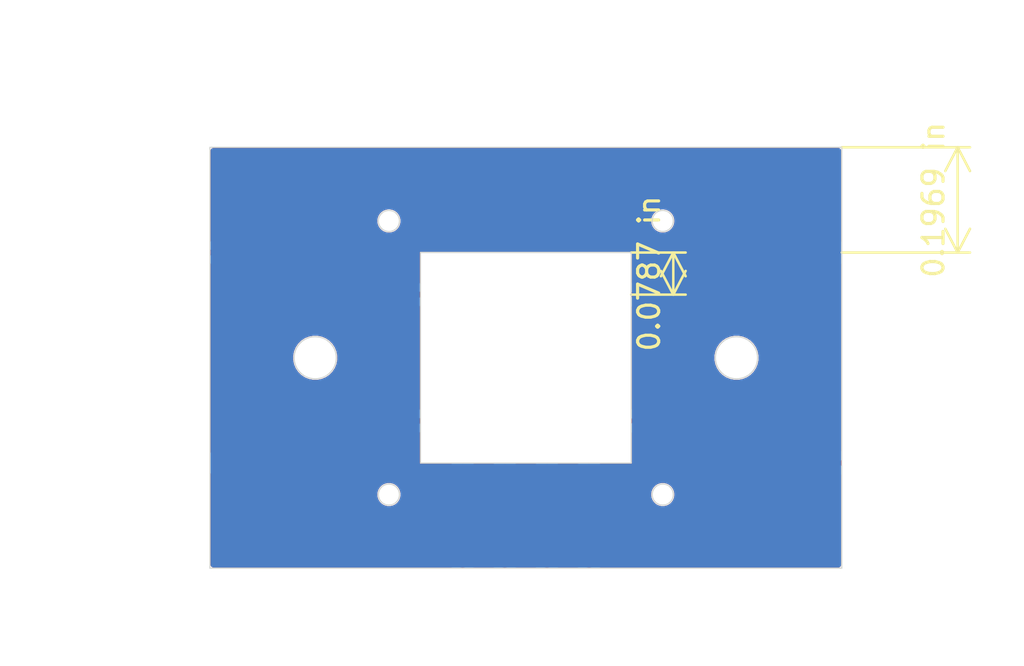
<source format=kicad_pcb>
(kicad_pcb (version 20171130) (host pcbnew 5.1.5-52549c5~84~ubuntu18.04.1)

  (general
    (thickness 0.254)
    (drawings 31)
    (tracks 272)
    (zones 0)
    (modules 0)
    (nets 1)
  )

  (page A4)
  (layers
    (0 F.Cu signal)
    (31 B.Cu signal)
    (32 B.Adhes user)
    (33 F.Adhes user)
    (34 B.Paste user)
    (35 F.Paste user)
    (36 B.SilkS user)
    (37 F.SilkS user)
    (38 B.Mask user)
    (39 F.Mask user)
    (40 Dwgs.User user)
    (41 Cmts.User user)
    (42 Eco1.User user)
    (43 Eco2.User user)
    (44 Edge.Cuts user)
    (45 Margin user)
    (46 B.CrtYd user)
    (47 F.CrtYd user)
    (48 B.Fab user)
    (49 F.Fab user)
  )

  (setup
    (last_trace_width 0.25)
    (user_trace_width 0.5)
    (trace_clearance 0.2)
    (zone_clearance 0.01)
    (zone_45_only no)
    (trace_min 0.2)
    (via_size 0.8)
    (via_drill 0.4)
    (via_min_size 0.4)
    (via_min_drill 0.3)
    (uvia_size 0.3)
    (uvia_drill 0.1)
    (uvias_allowed no)
    (uvia_min_size 0.2)
    (uvia_min_drill 0.1)
    (edge_width 0.05)
    (segment_width 0.2)
    (pcb_text_width 0.3)
    (pcb_text_size 1.5 1.5)
    (mod_edge_width 0.12)
    (mod_text_size 1 1)
    (mod_text_width 0.15)
    (pad_size 1.524 1.524)
    (pad_drill 0.762)
    (pad_to_mask_clearance 0.051)
    (solder_mask_min_width 0.25)
    (aux_axis_origin 0 0)
    (grid_origin 135 102)
    (visible_elements FFFFFF7F)
    (pcbplotparams
      (layerselection 0x010fc_ffffffff)
      (usegerberextensions false)
      (usegerberattributes false)
      (usegerberadvancedattributes false)
      (creategerberjobfile false)
      (excludeedgelayer true)
      (linewidth 0.100000)
      (plotframeref false)
      (viasonmask false)
      (mode 1)
      (useauxorigin false)
      (hpglpennumber 1)
      (hpglpenspeed 20)
      (hpglpendiameter 15.000000)
      (psnegative false)
      (psa4output false)
      (plotreference true)
      (plotvalue true)
      (plotinvisibletext false)
      (padsonsilk false)
      (subtractmaskfromsilk false)
      (outputformat 1)
      (mirror false)
      (drillshape 0)
      (scaleselection 1)
      (outputdirectory ""))
  )

  (net 0 "")

  (net_class Default "This is the default net class."
    (clearance 0.2)
    (trace_width 0.25)
    (via_dia 0.8)
    (via_drill 0.4)
    (uvia_dia 0.3)
    (uvia_drill 0.1)
  )

  (net_class Z0 ""
    (clearance 0.3)
    (trace_width 0.51)
    (via_dia 0.8)
    (via_drill 0.4)
    (uvia_dia 0.3)
    (uvia_drill 0.1)
  )

  (gr_circle (center 140 92) (end 140 91) (layer Edge.Cuts) (width 0.05))
  (gr_circle (center 160 92) (end 160 91) (layer Edge.Cuts) (width 0.05))
  (gr_circle (center 143.5 98.5) (end 143.5 98) (layer Edge.Cuts) (width 0.05))
  (gr_circle (center 143.5 85.5) (end 143.5 85) (layer Edge.Cuts) (width 0.05))
  (gr_circle (center 156.5 85.5) (end 156.5 85) (layer Edge.Cuts) (width 0.05))
  (gr_circle (center 156.5 98.5) (end 156.5 98) (layer Edge.Cuts) (width 0.05))
  (gr_line (start 135 97) (end 165 97) (layer Dwgs.User) (width 0.15))
  (gr_line (start 135 95) (end 165 95) (layer Dwgs.User) (width 0.15))
  (gr_line (start 138 102) (end 138 82) (layer Dwgs.User) (width 0.15))
  (gr_line (start 142 82) (end 142 102) (layer Dwgs.User) (width 0.15))
  (gr_line (start 165 87) (end 135 87) (layer Dwgs.User) (width 0.15))
  (gr_line (start 135 89) (end 165 89) (layer Dwgs.User) (width 0.15))
  (gr_line (start 162 102) (end 162 82) (layer Dwgs.User) (width 0.15))
  (gr_line (start 158 102) (end 158 82) (layer Dwgs.User) (width 0.15))
  (dimension 3 (width 0.15) (layer Dwgs.User)
    (gr_text "3,000 mm" (at 156.5 107.3) (layer Dwgs.User)
      (effects (font (size 1 1) (thickness 0.15)))
    )
    (feature1 (pts (xy 158 102) (xy 158 106.586421)))
    (feature2 (pts (xy 155 102) (xy 155 106.586421)))
    (crossbar (pts (xy 155 106) (xy 158 106)))
    (arrow1a (pts (xy 158 106) (xy 156.873496 106.586421)))
    (arrow1b (pts (xy 158 106) (xy 156.873496 105.413579)))
    (arrow2a (pts (xy 155 106) (xy 156.126504 106.586421)))
    (arrow2b (pts (xy 155 106) (xy 156.126504 105.413579)))
  )
  (dimension 3 (width 0.15) (layer Dwgs.User)
    (gr_text "3,000 mm" (at 163.5 107.3) (layer Dwgs.User)
      (effects (font (size 1 1) (thickness 0.15)))
    )
    (feature1 (pts (xy 162 102) (xy 162 106.586421)))
    (feature2 (pts (xy 165 102) (xy 165 106.586421)))
    (crossbar (pts (xy 165 106) (xy 162 106)))
    (arrow1a (pts (xy 162 106) (xy 163.126504 105.413579)))
    (arrow1b (pts (xy 162 106) (xy 163.126504 106.586421)))
    (arrow2a (pts (xy 165 106) (xy 163.873496 105.413579)))
    (arrow2b (pts (xy 165 106) (xy 163.873496 106.586421)))
  )
  (dimension 2 (width 0.12) (layer F.SilkS)
    (gr_text "2,000 mm" (at 158.27 88 270) (layer F.SilkS)
      (effects (font (size 1 1) (thickness 0.15)))
    )
    (feature1 (pts (xy 155 89) (xy 157.586421 89)))
    (feature2 (pts (xy 155 87) (xy 157.586421 87)))
    (crossbar (pts (xy 157 87) (xy 157 89)))
    (arrow1a (pts (xy 157 89) (xy 156.413579 87.873496)))
    (arrow1b (pts (xy 157 89) (xy 157.586421 87.873496)))
    (arrow2a (pts (xy 157 87) (xy 156.413579 88.126504)))
    (arrow2b (pts (xy 157 87) (xy 157.586421 88.126504)))
  )
  (dimension 5 (width 0.12) (layer F.SilkS)
    (gr_text "5,000 mm" (at 171.77 84.5 270) (layer F.SilkS)
      (effects (font (size 1 1) (thickness 0.15)))
    )
    (feature1 (pts (xy 165 87) (xy 171.086421 87)))
    (feature2 (pts (xy 165 82) (xy 171.086421 82)))
    (crossbar (pts (xy 170.5 82) (xy 170.5 87)))
    (arrow1a (pts (xy 170.5 87) (xy 169.913579 85.873496)))
    (arrow1b (pts (xy 170.5 87) (xy 171.086421 85.873496)))
    (arrow2a (pts (xy 170.5 82) (xy 169.913579 83.126504)))
    (arrow2b (pts (xy 170.5 82) (xy 171.086421 83.126504)))
  )
  (dimension 10 (width 0.15) (layer Margin)
    (gr_text "10,000 mm" (at 150 89.3) (layer Margin)
      (effects (font (size 1 1) (thickness 0.15)))
    )
    (feature1 (pts (xy 145 87) (xy 145 88.586421)))
    (feature2 (pts (xy 155 87) (xy 155 88.586421)))
    (crossbar (pts (xy 155 88) (xy 145 88)))
    (arrow1a (pts (xy 145 88) (xy 146.126504 87.413579)))
    (arrow1b (pts (xy 145 88) (xy 146.126504 88.586421)))
    (arrow2a (pts (xy 155 88) (xy 153.873496 87.413579)))
    (arrow2b (pts (xy 155 88) (xy 153.873496 88.586421)))
  )
  (gr_line (start 145 97) (end 145 87) (layer Edge.Cuts) (width 0.05) (tstamp 5E929B89))
  (gr_line (start 155 97) (end 145 97) (layer Edge.Cuts) (width 0.05))
  (gr_line (start 155 87) (end 155 97) (layer Edge.Cuts) (width 0.05))
  (gr_line (start 145 87) (end 155 87) (layer Edge.Cuts) (width 0.05))
  (dimension 10 (width 0.15) (layer Dwgs.User)
    (gr_text "10,000 mm" (at 172.3 97 90) (layer Dwgs.User)
      (effects (font (size 1 1) (thickness 0.15)))
    )
    (feature1 (pts (xy 167 92) (xy 171.586421 92)))
    (feature2 (pts (xy 167 102) (xy 171.586421 102)))
    (crossbar (pts (xy 171 102) (xy 171 92)))
    (arrow1a (pts (xy 171 92) (xy 171.586421 93.126504)))
    (arrow1b (pts (xy 171 92) (xy 170.413579 93.126504)))
    (arrow2a (pts (xy 171 102) (xy 171.586421 100.873496)))
    (arrow2b (pts (xy 171 102) (xy 170.413579 100.873496)))
  )
  (dimension 15 (width 0.15) (layer Dwgs.User)
    (gr_text "15,000 mm" (at 142.5 107.3) (layer Dwgs.User)
      (effects (font (size 1 1) (thickness 0.15)))
    )
    (feature1 (pts (xy 150 102) (xy 150 106.586421)))
    (feature2 (pts (xy 135 102) (xy 135 106.586421)))
    (crossbar (pts (xy 135 106) (xy 150 106)))
    (arrow1a (pts (xy 150 106) (xy 148.873496 106.586421)))
    (arrow1b (pts (xy 150 106) (xy 148.873496 105.413579)))
    (arrow2a (pts (xy 135 106) (xy 136.126504 106.586421)))
    (arrow2b (pts (xy 135 106) (xy 136.126504 105.413579)))
  )
  (dimension 30 (width 0.15) (layer Dwgs.User)
    (gr_text "30,000 mm" (at 150 75.7) (layer Dwgs.User)
      (effects (font (size 1 1) (thickness 0.15)))
    )
    (feature1 (pts (xy 165 80) (xy 165 76.413579)))
    (feature2 (pts (xy 135 80) (xy 135 76.413579)))
    (crossbar (pts (xy 135 77) (xy 165 77)))
    (arrow1a (pts (xy 165 77) (xy 163.873496 77.586421)))
    (arrow1b (pts (xy 165 77) (xy 163.873496 76.413579)))
    (arrow2a (pts (xy 135 77) (xy 136.126504 77.586421)))
    (arrow2b (pts (xy 135 77) (xy 136.126504 76.413579)))
  )
  (dimension 20 (width 0.15) (layer Dwgs.User)
    (gr_text "20,000 mm" (at 128.7 92 90) (layer Dwgs.User)
      (effects (font (size 1 1) (thickness 0.15)))
    )
    (feature1 (pts (xy 132 82) (xy 129.413579 82)))
    (feature2 (pts (xy 132 102) (xy 129.413579 102)))
    (crossbar (pts (xy 130 102) (xy 130 82)))
    (arrow1a (pts (xy 130 82) (xy 130.586421 83.126504)))
    (arrow1b (pts (xy 130 82) (xy 129.413579 83.126504)))
    (arrow2a (pts (xy 130 102) (xy 130.586421 100.873496)))
    (arrow2b (pts (xy 130 102) (xy 129.413579 100.873496)))
  )
  (gr_line (start 135 82) (end 135 102) (layer Edge.Cuts) (width 0.05) (tstamp 5E929B83))
  (gr_line (start 165 102) (end 135 102) (layer Edge.Cuts) (width 0.05))
  (gr_line (start 165 82) (end 165 102) (layer Edge.Cuts) (width 0.05))
  (gr_line (start 135 82) (end 165 82) (layer Edge.Cuts) (width 0.05))

  (segment (start 163.5 87) (end 164.621 87) (width 0.5) (layer F.Cu) (net 0))
  (segment (start 163.5 87) (end 163.407938 87.000666) (width 0.5) (layer F.Cu) (net 0))
  (segment (start 163.407938 87.000666) (end 163.315896 87.002667) (width 0.5) (layer F.Cu) (net 0))
  (segment (start 163.315896 87.002667) (end 163.223893 87.006001) (width 0.5) (layer F.Cu) (net 0))
  (segment (start 163.223893 87.006001) (end 163.131948 87.010668) (width 0.5) (layer F.Cu) (net 0))
  (segment (start 163.131948 87.010668) (end 163.040079 87.016666) (width 0.5) (layer F.Cu) (net 0))
  (segment (start 163.040079 87.016666) (end 162.948308 87.023995) (width 0.5) (layer F.Cu) (net 0))
  (segment (start 162.948308 87.023995) (end 162.856652 87.032652) (width 0.5) (layer F.Cu) (net 0))
  (segment (start 162.856652 87.032652) (end 162.765132 87.042637) (width 0.5) (layer F.Cu) (net 0))
  (segment (start 162.765132 87.042637) (end 162.673765 87.053947) (width 0.5) (layer F.Cu) (net 0))
  (segment (start 162.673765 87.053947) (end 162.582572 87.066579) (width 0.5) (layer F.Cu) (net 0))
  (segment (start 162.582572 87.066579) (end 162.491572 87.080531) (width 0.5) (layer F.Cu) (net 0))
  (segment (start 162.491572 87.080531) (end 162.400783 87.0958) (width 0.5) (layer F.Cu) (net 0))
  (segment (start 162.400783 87.0958) (end 162.310225 87.112383) (width 0.5) (layer F.Cu) (net 0))
  (segment (start 162.310225 87.112383) (end 162.219917 87.130276) (width 0.5) (layer F.Cu) (net 0))
  (segment (start 162.219917 87.130276) (end 162.129878 87.149476) (width 0.5) (layer F.Cu) (net 0))
  (segment (start 162.129878 87.149476) (end 162.040126 87.169978) (width 0.5) (layer F.Cu) (net 0))
  (segment (start 162.040126 87.169978) (end 161.950681 87.191778) (width 0.5) (layer F.Cu) (net 0))
  (segment (start 161.950681 87.191778) (end 161.86156 87.214872) (width 0.5) (layer F.Cu) (net 0))
  (segment (start 161.86156 87.214872) (end 161.772784 87.239255) (width 0.5) (layer F.Cu) (net 0))
  (segment (start 161.772784 87.239255) (end 161.684371 87.264922) (width 0.5) (layer F.Cu) (net 0))
  (segment (start 161.684371 87.264922) (end 161.596338 87.291867) (width 0.5) (layer F.Cu) (net 0))
  (segment (start 161.596338 87.291867) (end 161.508706 87.320084) (width 0.5) (layer F.Cu) (net 0))
  (segment (start 161.508706 87.320084) (end 161.421491 87.349568) (width 0.5) (layer F.Cu) (net 0))
  (segment (start 161.421491 87.349568) (end 161.334713 87.380313) (width 0.5) (layer F.Cu) (net 0))
  (segment (start 161.334713 87.380313) (end 161.248389 87.412312) (width 0.5) (layer F.Cu) (net 0))
  (segment (start 161.248389 87.412312) (end 161.162537 87.445558) (width 0.5) (layer F.Cu) (net 0))
  (segment (start 161.162537 87.445558) (end 161.077177 87.480044) (width 0.5) (layer F.Cu) (net 0))
  (segment (start 161.077177 87.480044) (end 160.992325 87.515764) (width 0.5) (layer F.Cu) (net 0))
  (segment (start 160.992325 87.515764) (end 160.908 87.552709) (width 0.5) (layer F.Cu) (net 0))
  (segment (start 160.908 87.552709) (end 160.824218 87.590872) (width 0.5) (layer F.Cu) (net 0))
  (segment (start 160.824218 87.590872) (end 160.740999 87.630245) (width 0.5) (layer F.Cu) (net 0))
  (segment (start 160.740999 87.630245) (end 160.658359 87.67082) (width 0.5) (layer F.Cu) (net 0))
  (segment (start 156.5 89) (end 155.251 89) (width 0.5) (layer F.Cu) (net 0))
  (segment (start 156.5 89) (end 156.592061 88.999332) (width 0.5) (layer F.Cu) (net 0))
  (segment (start 156.592061 88.999332) (end 156.684103 88.997331) (width 0.5) (layer F.Cu) (net 0))
  (segment (start 156.684103 88.997331) (end 156.776106 88.993997) (width 0.5) (layer F.Cu) (net 0))
  (segment (start 156.776106 88.993997) (end 156.868051 88.989331) (width 0.5) (layer F.Cu) (net 0))
  (segment (start 156.868051 88.989331) (end 156.959919 88.983332) (width 0.5) (layer F.Cu) (net 0))
  (segment (start 156.959919 88.983332) (end 157.051691 88.976004) (width 0.5) (layer F.Cu) (net 0))
  (segment (start 157.051691 88.976004) (end 157.143347 88.967346) (width 0.5) (layer F.Cu) (net 0))
  (segment (start 157.143347 88.967346) (end 157.234867 88.957361) (width 0.5) (layer F.Cu) (net 0))
  (segment (start 157.234867 88.957361) (end 157.326234 88.946052) (width 0.5) (layer F.Cu) (net 0))
  (segment (start 157.326234 88.946052) (end 157.417426 88.933419) (width 0.5) (layer F.Cu) (net 0))
  (segment (start 157.417426 88.933419) (end 157.508427 88.919467) (width 0.5) (layer F.Cu) (net 0))
  (segment (start 157.508427 88.919467) (end 157.599215 88.904198) (width 0.5) (layer F.Cu) (net 0))
  (segment (start 157.599215 88.904198) (end 157.689773 88.887615) (width 0.5) (layer F.Cu) (net 0))
  (segment (start 157.689773 88.887615) (end 157.780081 88.869722) (width 0.5) (layer F.Cu) (net 0))
  (segment (start 157.780081 88.869722) (end 157.870121 88.850522) (width 0.5) (layer F.Cu) (net 0))
  (segment (start 157.870121 88.850522) (end 157.959873 88.83002) (width 0.5) (layer F.Cu) (net 0))
  (segment (start 157.959873 88.83002) (end 158.049318 88.80822) (width 0.5) (layer F.Cu) (net 0))
  (segment (start 158.049318 88.80822) (end 158.138438 88.785126) (width 0.5) (layer F.Cu) (net 0))
  (segment (start 158.138438 88.785126) (end 158.227214 88.760743) (width 0.5) (layer F.Cu) (net 0))
  (segment (start 158.227214 88.760743) (end 158.315627 88.735076) (width 0.5) (layer F.Cu) (net 0))
  (segment (start 158.315627 88.735076) (end 158.40366 88.708131) (width 0.5) (layer F.Cu) (net 0))
  (segment (start 158.40366 88.708131) (end 158.491293 88.679914) (width 0.5) (layer F.Cu) (net 0))
  (segment (start 158.491293 88.679914) (end 158.578507 88.65043) (width 0.5) (layer F.Cu) (net 0))
  (segment (start 158.578507 88.65043) (end 158.665286 88.619685) (width 0.5) (layer F.Cu) (net 0))
  (segment (start 158.665286 88.619685) (end 158.751609 88.587686) (width 0.5) (layer F.Cu) (net 0))
  (segment (start 158.751609 88.587686) (end 158.837461 88.55444) (width 0.5) (layer F.Cu) (net 0))
  (segment (start 158.837461 88.55444) (end 158.922821 88.519953) (width 0.5) (layer F.Cu) (net 0))
  (segment (start 158.922821 88.519953) (end 159.007673 88.484234) (width 0.5) (layer F.Cu) (net 0))
  (segment (start 159.007673 88.484234) (end 159.091998 88.447289) (width 0.5) (layer F.Cu) (net 0))
  (segment (start 159.091998 88.447289) (end 159.175779 88.409126) (width 0.5) (layer F.Cu) (net 0))
  (segment (start 159.175779 88.409126) (end 159.258999 88.369753) (width 0.5) (layer F.Cu) (net 0))
  (segment (start 159.258999 88.369753) (end 159.34164 88.329179) (width 0.5) (layer F.Cu) (net 0))
  (segment (start 159.34164 88.329179) (end 160.658359 87.67082) (width 0.5) (layer F.Cu) (net 0))
  (segment (start 142.765133 95.042639) (end 142.673766 95.053948) (width 0.5) (layer F.Cu) (net 0) (tstamp 5E92A7A2))
  (segment (start 141.861562 95.214874) (end 141.772786 95.239257) (width 0.5) (layer F.Cu) (net 0) (tstamp 5E92A730))
  (segment (start 142.310227 95.112385) (end 142.219919 95.130278) (width 0.5) (layer F.Cu) (net 0) (tstamp 5E92A7E7))
  (segment (start 142.219919 95.130278) (end 142.129879 95.149478) (width 0.5) (layer F.Cu) (net 0) (tstamp 5E92A7C6))
  (segment (start 143.5 95) (end 143.407939 95.000668) (width 0.5) (layer F.Cu) (net 0) (tstamp 5E92A7DE))
  (segment (start 137.780083 96.869724) (end 137.870122 96.850524) (width 0.5) (layer F.Cu) (net 0) (tstamp 5E92A787))
  (segment (start 141.421493 95.34957) (end 141.334714 95.380315) (width 0.5) (layer F.Cu) (net 0) (tstamp 5E92A73F))
  (segment (start 138.751611 96.587688) (end 138.837463 96.554442) (width 0.5) (layer F.Cu) (net 0) (tstamp 5E92A79C))
  (segment (start 141.248391 95.412314) (end 141.162539 95.44556) (width 0.5) (layer F.Cu) (net 0) (tstamp 5E92A742))
  (segment (start 140.65836 95.670821) (end 139.341641 96.32918) (width 0.5) (layer F.Cu) (net 0) (tstamp 5E92A75A))
  (segment (start 142.129879 95.149478) (end 142.040127 95.16998) (width 0.5) (layer F.Cu) (net 0) (tstamp 5E92A73C))
  (segment (start 143.5 95) (end 144.749 95) (width 0.5) (layer F.Cu) (net 0) (tstamp 5E92A736))
  (segment (start 136.5 97) (end 135.379 97) (width 0.5) (layer F.Cu) (net 0) (tstamp 5E92A7BA))
  (segment (start 137.689775 96.887617) (end 137.780083 96.869724) (width 0.5) (layer F.Cu) (net 0) (tstamp 5E92A7AB))
  (segment (start 136.684104 96.997333) (end 136.776107 96.993999) (width 0.5) (layer F.Cu) (net 0) (tstamp 5E92A7D8))
  (segment (start 138.837463 96.554442) (end 138.922823 96.519956) (width 0.5) (layer F.Cu) (net 0) (tstamp 5E92A7A8))
  (segment (start 142.491573 95.080533) (end 142.400785 95.095802) (width 0.5) (layer F.Cu) (net 0) (tstamp 5E92A7B1))
  (segment (start 142.400785 95.095802) (end 142.310227 95.112385) (width 0.5) (layer F.Cu) (net 0) (tstamp 5E92A7DB))
  (segment (start 136.776107 96.993999) (end 136.868052 96.989332) (width 0.5) (layer F.Cu) (net 0) (tstamp 5E92A7A5))
  (segment (start 141.772786 95.239257) (end 141.684373 95.264924) (width 0.5) (layer F.Cu) (net 0) (tstamp 5E92A76F))
  (segment (start 137.051692 96.976005) (end 137.143348 96.967348) (width 0.5) (layer F.Cu) (net 0) (tstamp 5E92A775))
  (segment (start 141.162539 95.44556) (end 141.077179 95.480047) (width 0.5) (layer F.Cu) (net 0) (tstamp 5E92A7BD))
  (segment (start 138.665287 96.619687) (end 138.751611 96.587688) (width 0.5) (layer F.Cu) (net 0) (tstamp 5E92A7CF))
  (segment (start 137.234868 96.957363) (end 137.326235 96.946053) (width 0.5) (layer F.Cu) (net 0) (tstamp 5E92A757))
  (segment (start 139.175782 96.409128) (end 139.259001 96.369755) (width 0.5) (layer F.Cu) (net 0) (tstamp 5E92A7AE))
  (segment (start 143.131949 95.010669) (end 143.040081 95.016668) (width 0.5) (layer F.Cu) (net 0) (tstamp 5E92A7E1))
  (segment (start 143.315897 95.002669) (end 143.223894 95.006003) (width 0.5) (layer F.Cu) (net 0) (tstamp 5E92A778))
  (segment (start 143.223894 95.006003) (end 143.131949 95.010669) (width 0.5) (layer F.Cu) (net 0) (tstamp 5E92A772))
  (segment (start 141.508707 95.320086) (end 141.421493 95.34957) (width 0.5) (layer F.Cu) (net 0) (tstamp 5E92A727))
  (segment (start 141.950682 95.19178) (end 141.861562 95.214874) (width 0.5) (layer F.Cu) (net 0) (tstamp 5E92A739))
  (segment (start 141.077179 95.480047) (end 140.992327 95.515766) (width 0.5) (layer F.Cu) (net 0) (tstamp 5E92A766))
  (segment (start 140.992327 95.515766) (end 140.908002 95.552711) (width 0.5) (layer F.Cu) (net 0) (tstamp 5E92A733))
  (segment (start 140.824221 95.590874) (end 140.741001 95.630247) (width 0.5) (layer F.Cu) (net 0) (tstamp 5E92A7E4))
  (segment (start 143.407939 95.000668) (end 143.315897 95.002669) (width 0.5) (layer F.Cu) (net 0) (tstamp 5E92A75D))
  (segment (start 137.870122 96.850524) (end 137.959874 96.830022) (width 0.5) (layer F.Cu) (net 0) (tstamp 5E92A7D5))
  (segment (start 138.922823 96.519956) (end 139.007675 96.484236) (width 0.5) (layer F.Cu) (net 0) (tstamp 5E92A7D2))
  (segment (start 137.143348 96.967348) (end 137.234868 96.957363) (width 0.5) (layer F.Cu) (net 0) (tstamp 5E92A7C3))
  (segment (start 138.227216 96.760745) (end 138.315629 96.735078) (width 0.5) (layer F.Cu) (net 0) (tstamp 5E92A7C0))
  (segment (start 137.326235 96.946053) (end 137.417428 96.933421) (width 0.5) (layer F.Cu) (net 0) (tstamp 5E92A799))
  (segment (start 138.315629 96.735078) (end 138.403662 96.708133) (width 0.5) (layer F.Cu) (net 0) (tstamp 5E92A796))
  (segment (start 139.007675 96.484236) (end 139.092 96.447291) (width 0.5) (layer F.Cu) (net 0) (tstamp 5E92A76C))
  (segment (start 137.417428 96.933421) (end 137.508428 96.919469) (width 0.5) (layer F.Cu) (net 0) (tstamp 5E92A769))
  (segment (start 138.578509 96.650432) (end 138.665287 96.619687) (width 0.5) (layer F.Cu) (net 0) (tstamp 5E92A763))
  (segment (start 142.040127 95.16998) (end 141.950682 95.19178) (width 0.5) (layer F.Cu) (net 0) (tstamp 5E92A760))
  (segment (start 138.403662 96.708133) (end 138.491294 96.679916) (width 0.5) (layer F.Cu) (net 0) (tstamp 5E92A74E))
  (segment (start 138.491294 96.679916) (end 138.578509 96.650432) (width 0.5) (layer F.Cu) (net 0) (tstamp 5E92A74B))
  (segment (start 140.908002 95.552711) (end 140.824221 95.590874) (width 0.5) (layer F.Cu) (net 0) (tstamp 5E92A784))
  (segment (start 136.868052 96.989332) (end 136.959921 96.983334) (width 0.5) (layer F.Cu) (net 0) (tstamp 5E92A781))
  (segment (start 143.040081 95.016668) (end 142.948309 95.023996) (width 0.5) (layer F.Cu) (net 0) (tstamp 5E92A754))
  (segment (start 136.959921 96.983334) (end 137.051692 96.976005) (width 0.5) (layer F.Cu) (net 0) (tstamp 5E92A751))
  (segment (start 138.049319 96.808222) (end 138.13844 96.785128) (width 0.5) (layer F.Cu) (net 0) (tstamp 5E92A7ED))
  (segment (start 139.092 96.447291) (end 139.175782 96.409128) (width 0.5) (layer F.Cu) (net 0) (tstamp 5E92A7EA))
  (segment (start 140.741001 95.630247) (end 140.65836 95.670821) (width 0.5) (layer F.Cu) (net 0) (tstamp 5E92A77E))
  (segment (start 137.959874 96.830022) (end 138.049319 96.808222) (width 0.5) (layer F.Cu) (net 0) (tstamp 5E92A77B))
  (segment (start 142.856653 95.032654) (end 142.765133 95.042639) (width 0.5) (layer F.Cu) (net 0) (tstamp 5E92A78D))
  (segment (start 139.259001 96.369755) (end 139.341641 96.32918) (width 0.5) (layer F.Cu) (net 0) (tstamp 5E92A78A))
  (segment (start 136.5 97) (end 136.592062 96.999334) (width 0.5) (layer F.Cu) (net 0) (tstamp 5E92A72D))
  (segment (start 142.673766 95.053948) (end 142.582574 95.066581) (width 0.5) (layer F.Cu) (net 0) (tstamp 5E92A72A))
  (segment (start 142.582574 95.066581) (end 142.491573 95.080533) (width 0.5) (layer F.Cu) (net 0) (tstamp 5E92A748))
  (segment (start 141.334714 95.380315) (end 141.248391 95.412314) (width 0.5) (layer F.Cu) (net 0) (tstamp 5E92A745))
  (segment (start 138.13844 96.785128) (end 138.227216 96.760745) (width 0.5) (layer F.Cu) (net 0) (tstamp 5E92A7CC))
  (segment (start 137.508428 96.919469) (end 137.599217 96.9042) (width 0.5) (layer F.Cu) (net 0) (tstamp 5E92A7C9))
  (segment (start 137.599217 96.9042) (end 137.689775 96.887617) (width 0.5) (layer F.Cu) (net 0) (tstamp 5E92A793))
  (segment (start 136.592062 96.999334) (end 136.684104 96.997333) (width 0.5) (layer F.Cu) (net 0) (tstamp 5E92A790))
  (segment (start 141.59634 95.291869) (end 141.508707 95.320086) (width 0.5) (layer F.Cu) (net 0) (tstamp 5E92A7B7))
  (segment (start 141.684373 95.264924) (end 141.59634 95.291869) (width 0.5) (layer F.Cu) (net 0) (tstamp 5E92A7B4))
  (segment (start 142.948309 95.023996) (end 142.856653 95.032654) (width 0.5) (layer F.Cu) (net 0) (tstamp 5E92A79F))
  (segment (start 136.5 87) (end 135.254 87) (width 0.5) (layer F.Cu) (net 0))
  (segment (start 136.5 87) (end 136.592061 87.000666) (width 0.5) (layer F.Cu) (net 0))
  (segment (start 136.592061 87.000666) (end 136.684103 87.002667) (width 0.5) (layer F.Cu) (net 0))
  (segment (start 136.684103 87.002667) (end 136.776106 87.006001) (width 0.5) (layer F.Cu) (net 0))
  (segment (start 136.776106 87.006001) (end 136.868051 87.010668) (width 0.5) (layer F.Cu) (net 0))
  (segment (start 136.868051 87.010668) (end 136.959919 87.016666) (width 0.5) (layer F.Cu) (net 0))
  (segment (start 136.959919 87.016666) (end 137.051691 87.023995) (width 0.5) (layer F.Cu) (net 0))
  (segment (start 137.051691 87.023995) (end 137.143347 87.032653) (width 0.5) (layer F.Cu) (net 0))
  (segment (start 137.143347 87.032653) (end 137.234867 87.042637) (width 0.5) (layer F.Cu) (net 0))
  (segment (start 137.234867 87.042637) (end 137.326234 87.053947) (width 0.5) (layer F.Cu) (net 0))
  (segment (start 137.326234 87.053947) (end 137.417426 87.066579) (width 0.5) (layer F.Cu) (net 0))
  (segment (start 137.417426 87.066579) (end 137.508427 87.080531) (width 0.5) (layer F.Cu) (net 0))
  (segment (start 137.508427 87.080531) (end 137.599215 87.0958) (width 0.5) (layer F.Cu) (net 0))
  (segment (start 137.599215 87.0958) (end 137.689773 87.112383) (width 0.5) (layer F.Cu) (net 0))
  (segment (start 137.689773 87.112383) (end 137.780081 87.130276) (width 0.5) (layer F.Cu) (net 0))
  (segment (start 137.780081 87.130276) (end 137.870121 87.149476) (width 0.5) (layer F.Cu) (net 0))
  (segment (start 137.870121 87.149476) (end 137.959873 87.169978) (width 0.5) (layer F.Cu) (net 0))
  (segment (start 137.959873 87.169978) (end 138.049318 87.191779) (width 0.5) (layer F.Cu) (net 0))
  (segment (start 138.049318 87.191779) (end 138.138438 87.214873) (width 0.5) (layer F.Cu) (net 0))
  (segment (start 138.138438 87.214873) (end 138.227214 87.239256) (width 0.5) (layer F.Cu) (net 0))
  (segment (start 138.227214 87.239256) (end 138.315627 87.264922) (width 0.5) (layer F.Cu) (net 0))
  (segment (start 138.315627 87.264922) (end 138.40366 87.291867) (width 0.5) (layer F.Cu) (net 0))
  (segment (start 138.40366 87.291867) (end 138.491293 87.320084) (width 0.5) (layer F.Cu) (net 0))
  (segment (start 138.491293 87.320084) (end 138.578507 87.349569) (width 0.5) (layer F.Cu) (net 0))
  (segment (start 138.578507 87.349569) (end 138.665286 87.380313) (width 0.5) (layer F.Cu) (net 0))
  (segment (start 138.665286 87.380313) (end 138.751609 87.412312) (width 0.5) (layer F.Cu) (net 0))
  (segment (start 138.751609 87.412312) (end 138.837461 87.445558) (width 0.5) (layer F.Cu) (net 0))
  (segment (start 138.837461 87.445558) (end 138.922821 87.480044) (width 0.5) (layer F.Cu) (net 0))
  (segment (start 138.922821 87.480044) (end 139.007673 87.515764) (width 0.5) (layer F.Cu) (net 0))
  (segment (start 139.007673 87.515764) (end 139.091998 87.552709) (width 0.5) (layer F.Cu) (net 0))
  (segment (start 139.091998 87.552709) (end 139.175779 87.590872) (width 0.5) (layer F.Cu) (net 0))
  (segment (start 139.175779 87.590872) (end 139.258999 87.630245) (width 0.5) (layer F.Cu) (net 0))
  (segment (start 139.258999 87.630245) (end 139.34164 87.67082) (width 0.5) (layer F.Cu) (net 0))
  (segment (start 143.5 89) (end 144.754 89) (width 0.5) (layer F.Cu) (net 0))
  (segment (start 143.5 89) (end 143.407938 88.999332) (width 0.5) (layer F.Cu) (net 0))
  (segment (start 143.407938 88.999332) (end 143.315896 88.997332) (width 0.5) (layer F.Cu) (net 0))
  (segment (start 143.315896 88.997332) (end 143.223893 88.993998) (width 0.5) (layer F.Cu) (net 0))
  (segment (start 143.223893 88.993998) (end 143.131948 88.989331) (width 0.5) (layer F.Cu) (net 0))
  (segment (start 143.131948 88.989331) (end 143.040079 88.983333) (width 0.5) (layer F.Cu) (net 0))
  (segment (start 143.040079 88.983333) (end 142.948308 88.976004) (width 0.5) (layer F.Cu) (net 0))
  (segment (start 142.948308 88.976004) (end 142.856652 88.967346) (width 0.5) (layer F.Cu) (net 0))
  (segment (start 142.856652 88.967346) (end 142.765132 88.957362) (width 0.5) (layer F.Cu) (net 0))
  (segment (start 142.765132 88.957362) (end 142.673765 88.946052) (width 0.5) (layer F.Cu) (net 0))
  (segment (start 142.673765 88.946052) (end 142.582572 88.93342) (width 0.5) (layer F.Cu) (net 0))
  (segment (start 142.582572 88.93342) (end 142.491572 88.919468) (width 0.5) (layer F.Cu) (net 0))
  (segment (start 142.491572 88.919468) (end 142.400783 88.904199) (width 0.5) (layer F.Cu) (net 0))
  (segment (start 142.400783 88.904199) (end 142.310225 88.887616) (width 0.5) (layer F.Cu) (net 0))
  (segment (start 142.310225 88.887616) (end 142.219917 88.869722) (width 0.5) (layer F.Cu) (net 0))
  (segment (start 142.219917 88.869722) (end 142.129878 88.850523) (width 0.5) (layer F.Cu) (net 0))
  (segment (start 142.129878 88.850523) (end 142.040126 88.83002) (width 0.5) (layer F.Cu) (net 0))
  (segment (start 142.040126 88.83002) (end 141.950681 88.80822) (width 0.5) (layer F.Cu) (net 0))
  (segment (start 141.950681 88.80822) (end 141.86156 88.785126) (width 0.5) (layer F.Cu) (net 0))
  (segment (start 141.86156 88.785126) (end 141.772784 88.760743) (width 0.5) (layer F.Cu) (net 0))
  (segment (start 141.772784 88.760743) (end 141.684371 88.735076) (width 0.5) (layer F.Cu) (net 0))
  (segment (start 141.684371 88.735076) (end 141.596338 88.708132) (width 0.5) (layer F.Cu) (net 0))
  (segment (start 141.596338 88.708132) (end 141.508706 88.679914) (width 0.5) (layer F.Cu) (net 0))
  (segment (start 141.508706 88.679914) (end 141.421491 88.65043) (width 0.5) (layer F.Cu) (net 0))
  (segment (start 141.421491 88.65043) (end 141.334713 88.619685) (width 0.5) (layer F.Cu) (net 0))
  (segment (start 141.334713 88.619685) (end 141.248389 88.587686) (width 0.5) (layer F.Cu) (net 0))
  (segment (start 141.248389 88.587686) (end 141.162538 88.55444) (width 0.5) (layer F.Cu) (net 0))
  (segment (start 141.162538 88.55444) (end 141.077177 88.519954) (width 0.5) (layer F.Cu) (net 0))
  (segment (start 141.077177 88.519954) (end 140.992325 88.484234) (width 0.5) (layer F.Cu) (net 0))
  (segment (start 140.992325 88.484234) (end 140.908 88.447289) (width 0.5) (layer F.Cu) (net 0))
  (segment (start 140.908 88.447289) (end 140.824218 88.409126) (width 0.5) (layer F.Cu) (net 0))
  (segment (start 140.824218 88.409126) (end 140.740999 88.369753) (width 0.5) (layer F.Cu) (net 0))
  (segment (start 140.740999 88.369753) (end 140.658359 88.329179) (width 0.5) (layer F.Cu) (net 0))
  (segment (start 140.658359 88.329179) (end 139.34164 87.67082) (width 0.5) (layer F.Cu) (net 0))
  (segment (start 163.315896 96.997332) (end 163.223893 96.993998) (width 0.5) (layer F.Cu) (net 0) (tstamp 5E92AC30))
  (segment (start 162.856652 96.967346) (end 162.765132 96.957362) (width 0.5) (layer F.Cu) (net 0) (tstamp 5E92AC31))
  (segment (start 162.765132 96.957362) (end 162.673765 96.946052) (width 0.5) (layer F.Cu) (net 0) (tstamp 5E92AC32))
  (segment (start 157.870121 95.149476) (end 157.959873 95.169978) (width 0.5) (layer F.Cu) (net 0) (tstamp 5E92AC33))
  (segment (start 162.673765 96.946052) (end 162.582572 96.93342) (width 0.5) (layer F.Cu) (net 0) (tstamp 5E92AC34))
  (segment (start 161.684371 96.735076) (end 161.596338 96.708132) (width 0.5) (layer F.Cu) (net 0) (tstamp 5E92AC35))
  (segment (start 162.310225 96.887616) (end 162.219917 96.869722) (width 0.5) (layer F.Cu) (net 0) (tstamp 5E92AC36))
  (segment (start 161.077177 96.519954) (end 160.992325 96.484234) (width 0.5) (layer F.Cu) (net 0) (tstamp 5E92AC37))
  (segment (start 157.780081 95.130276) (end 157.870121 95.149476) (width 0.5) (layer F.Cu) (net 0) (tstamp 5E92AC38))
  (segment (start 156.959919 95.016666) (end 157.051691 95.023995) (width 0.5) (layer F.Cu) (net 0) (tstamp 5E92AC39))
  (segment (start 158.049318 95.191779) (end 158.138438 95.214873) (width 0.5) (layer F.Cu) (net 0) (tstamp 5E92AC3A))
  (segment (start 158.227214 95.239256) (end 158.315627 95.264922) (width 0.5) (layer F.Cu) (net 0) (tstamp 5E92AC3B))
  (segment (start 162.582572 96.93342) (end 162.491572 96.919468) (width 0.5) (layer F.Cu) (net 0) (tstamp 5E92AC3C))
  (segment (start 157.508427 95.080531) (end 157.599215 95.0958) (width 0.5) (layer F.Cu) (net 0) (tstamp 5E92AC3D))
  (segment (start 161.248389 96.587686) (end 161.162538 96.55444) (width 0.5) (layer F.Cu) (net 0) (tstamp 5E92AC3E))
  (segment (start 162.400783 96.904199) (end 162.310225 96.887616) (width 0.5) (layer F.Cu) (net 0) (tstamp 5E92AC3F))
  (segment (start 162.040126 96.83002) (end 161.950681 96.80822) (width 0.5) (layer F.Cu) (net 0) (tstamp 5E92AC40))
  (segment (start 158.578507 95.349569) (end 158.665286 95.380313) (width 0.5) (layer F.Cu) (net 0) (tstamp 5E92AC41))
  (segment (start 159.007673 95.515764) (end 159.091998 95.552709) (width 0.5) (layer F.Cu) (net 0) (tstamp 5E92AC42))
  (segment (start 163.5 97) (end 163.407938 96.999332) (width 0.5) (layer F.Cu) (net 0) (tstamp 5E92AC43))
  (segment (start 161.421491 96.65043) (end 161.334713 96.619685) (width 0.5) (layer F.Cu) (net 0) (tstamp 5E92AC44))
  (segment (start 161.86156 96.785126) (end 161.772784 96.760743) (width 0.5) (layer F.Cu) (net 0) (tstamp 5E92AC45))
  (segment (start 157.417426 95.066579) (end 157.508427 95.080531) (width 0.5) (layer F.Cu) (net 0) (tstamp 5E92AC46))
  (segment (start 158.751609 95.412312) (end 158.837461 95.445558) (width 0.5) (layer F.Cu) (net 0) (tstamp 5E92AC47))
  (segment (start 160.992325 96.484234) (end 160.908 96.447289) (width 0.5) (layer F.Cu) (net 0) (tstamp 5E92AC48))
  (segment (start 156.868051 95.010668) (end 156.959919 95.016666) (width 0.5) (layer F.Cu) (net 0) (tstamp 5E92AC49))
  (segment (start 163.407938 96.999332) (end 163.315896 96.997332) (width 0.5) (layer F.Cu) (net 0) (tstamp 5E92AC4A))
  (segment (start 156.5 95) (end 155.254 95) (width 0.5) (layer F.Cu) (net 0) (tstamp 5E92AC4B))
  (segment (start 161.162538 96.55444) (end 161.077177 96.519954) (width 0.5) (layer F.Cu) (net 0) (tstamp 5E92AC4C))
  (segment (start 156.684103 95.002667) (end 156.776106 95.006001) (width 0.5) (layer F.Cu) (net 0) (tstamp 5E92AC4D))
  (segment (start 157.143347 95.032653) (end 157.234867 95.042637) (width 0.5) (layer F.Cu) (net 0) (tstamp 5E92AC4E))
  (segment (start 163.5 97) (end 164.754 97) (width 0.5) (layer F.Cu) (net 0) (tstamp 5E92AC4F))
  (segment (start 162.948308 96.976004) (end 162.856652 96.967346) (width 0.5) (layer F.Cu) (net 0) (tstamp 5E92AC50))
  (segment (start 161.508706 96.679914) (end 161.421491 96.65043) (width 0.5) (layer F.Cu) (net 0) (tstamp 5E92AC51))
  (segment (start 156.776106 95.006001) (end 156.868051 95.010668) (width 0.5) (layer F.Cu) (net 0) (tstamp 5E92AC52))
  (segment (start 159.258999 95.630245) (end 159.34164 95.67082) (width 0.5) (layer F.Cu) (net 0) (tstamp 5E92AC53))
  (segment (start 158.315627 95.264922) (end 158.40366 95.291867) (width 0.5) (layer F.Cu) (net 0) (tstamp 5E92AC54))
  (segment (start 158.922821 95.480044) (end 159.007673 95.515764) (width 0.5) (layer F.Cu) (net 0) (tstamp 5E92AC55))
  (segment (start 157.959873 95.169978) (end 158.049318 95.191779) (width 0.5) (layer F.Cu) (net 0) (tstamp 5E92AC56))
  (segment (start 159.091998 95.552709) (end 159.175779 95.590872) (width 0.5) (layer F.Cu) (net 0) (tstamp 5E92AC57))
  (segment (start 159.175779 95.590872) (end 159.258999 95.630245) (width 0.5) (layer F.Cu) (net 0) (tstamp 5E92AC58))
  (segment (start 160.908 96.447289) (end 160.824218 96.409126) (width 0.5) (layer F.Cu) (net 0) (tstamp 5E92AC59))
  (segment (start 163.040079 96.983333) (end 162.948308 96.976004) (width 0.5) (layer F.Cu) (net 0) (tstamp 5E92AC5A))
  (segment (start 158.837461 95.445558) (end 158.922821 95.480044) (width 0.5) (layer F.Cu) (net 0) (tstamp 5E92AC5B))
  (segment (start 157.326234 95.053947) (end 157.417426 95.066579) (width 0.5) (layer F.Cu) (net 0) (tstamp 5E92AC5C))
  (segment (start 161.334713 96.619685) (end 161.248389 96.587686) (width 0.5) (layer F.Cu) (net 0) (tstamp 5E92AC5D))
  (segment (start 158.491293 95.320084) (end 158.578507 95.349569) (width 0.5) (layer F.Cu) (net 0) (tstamp 5E92AC5E))
  (segment (start 158.665286 95.380313) (end 158.751609 95.412312) (width 0.5) (layer F.Cu) (net 0) (tstamp 5E92AC5F))
  (segment (start 157.599215 95.0958) (end 157.689773 95.112383) (width 0.5) (layer F.Cu) (net 0) (tstamp 5E92AC60))
  (segment (start 157.051691 95.023995) (end 157.143347 95.032653) (width 0.5) (layer F.Cu) (net 0) (tstamp 5E92AC61))
  (segment (start 160.658359 96.329179) (end 159.34164 95.67082) (width 0.5) (layer F.Cu) (net 0) (tstamp 5E92AC62))
  (segment (start 161.950681 96.80822) (end 161.86156 96.785126) (width 0.5) (layer F.Cu) (net 0) (tstamp 5E92AC63))
  (segment (start 157.234867 95.042637) (end 157.326234 95.053947) (width 0.5) (layer F.Cu) (net 0) (tstamp 5E92AC64))
  (segment (start 161.596338 96.708132) (end 161.508706 96.679914) (width 0.5) (layer F.Cu) (net 0) (tstamp 5E92AC65))
  (segment (start 162.219917 96.869722) (end 162.129878 96.850523) (width 0.5) (layer F.Cu) (net 0) (tstamp 5E92AC66))
  (segment (start 160.824218 96.409126) (end 160.740999 96.369753) (width 0.5) (layer F.Cu) (net 0) (tstamp 5E92AC67))
  (segment (start 162.491572 96.919468) (end 162.400783 96.904199) (width 0.5) (layer F.Cu) (net 0) (tstamp 5E92AC68))
  (segment (start 158.138438 95.214873) (end 158.227214 95.239256) (width 0.5) (layer F.Cu) (net 0) (tstamp 5E92AC69))
  (segment (start 160.740999 96.369753) (end 160.658359 96.329179) (width 0.5) (layer F.Cu) (net 0) (tstamp 5E92AC6A))
  (segment (start 162.129878 96.850523) (end 162.040126 96.83002) (width 0.5) (layer F.Cu) (net 0) (tstamp 5E92AC6B))
  (segment (start 157.689773 95.112383) (end 157.780081 95.130276) (width 0.5) (layer F.Cu) (net 0) (tstamp 5E92AC6C))
  (segment (start 163.131948 96.989331) (end 163.040079 96.983333) (width 0.5) (layer F.Cu) (net 0) (tstamp 5E92AC6D))
  (segment (start 158.40366 95.291867) (end 158.491293 95.320084) (width 0.5) (layer F.Cu) (net 0) (tstamp 5E92AC6E))
  (segment (start 156.5 95) (end 156.592061 95.000666) (width 0.5) (layer F.Cu) (net 0) (tstamp 5E92AC6F))
  (segment (start 156.592061 95.000666) (end 156.684103 95.002667) (width 0.5) (layer F.Cu) (net 0) (tstamp 5E92AC70))
  (segment (start 161.772784 96.760743) (end 161.684371 96.735076) (width 0.5) (layer F.Cu) (net 0) (tstamp 5E92AC71))
  (segment (start 163.223893 96.993998) (end 163.131948 96.989331) (width 0.5) (layer F.Cu) (net 0) (tstamp 5E92AC72))
  (segment (start 151 97.3) (end 151 101.72499) (width 0.5) (layer F.Cu) (net 0))
  (segment (start 153 97.3) (end 153 101.72499) (width 0.5) (layer F.Cu) (net 0) (tstamp 5E92BC96))
  (segment (start 149 97.3) (end 149 101.72499) (width 0.5) (layer F.Cu) (net 0) (tstamp 5E92BC96))
  (segment (start 147 97.3) (end 147 101.72499) (width 0.5) (layer F.Cu) (net 0) (tstamp 5E92BC96))

  (zone (net 0) (net_name "") (layer F.Cu) (tstamp 5EC9CD7A) (hatch edge 0.508)
    (connect_pads (clearance 0.01))
    (min_thickness 0.254)
    (fill yes (arc_segments 32) (thermal_gap 0.01) (thermal_bridge_width 0.508))
    (polygon
      (pts
        (xy 165 102) (xy 135 102) (xy 135 82) (xy 165 82)
      )
    )
    (filled_polygon
      (pts
        (xy 150.43135 97.186889) (xy 150.423 97.271665) (xy 150.423001 101.753326) (xy 150.431341 101.838) (xy 149.56866 101.838)
        (xy 149.577 101.753326) (xy 149.577 97.271664) (xy 149.56865 97.186888) (xy 149.5611 97.162) (xy 150.4389 97.162)
      )
    )
    (filled_polygon
      (pts
        (xy 144.838 96.992051) (xy 144.837217 97) (xy 144.840345 97.031757) (xy 144.849608 97.062294) (xy 144.864651 97.090437)
        (xy 144.879964 97.109096) (xy 144.884895 97.115105) (xy 144.909563 97.135349) (xy 144.937706 97.150392) (xy 144.968243 97.159655)
        (xy 145 97.162783) (xy 145.007949 97.162) (xy 146.4389 97.162) (xy 146.43135 97.186889) (xy 146.423 97.271665)
        (xy 146.423001 101.753326) (xy 146.431341 101.838) (xy 135.162 101.838) (xy 135.162 98.433152) (xy 142.821284 98.433152)
        (xy 142.821284 98.566848) (xy 142.847367 98.697974) (xy 142.89853 98.821493) (xy 142.972807 98.932656) (xy 143.067344 99.027193)
        (xy 143.178507 99.10147) (xy 143.302026 99.152633) (xy 143.433152 99.178716) (xy 143.566848 99.178716) (xy 143.697974 99.152633)
        (xy 143.821493 99.10147) (xy 143.932656 99.027193) (xy 144.027193 98.932656) (xy 144.10147 98.821493) (xy 144.152633 98.697974)
        (xy 144.178716 98.566848) (xy 144.178716 98.433152) (xy 144.152633 98.302026) (xy 144.10147 98.178507) (xy 144.027193 98.067344)
        (xy 143.932656 97.972807) (xy 143.821493 97.89853) (xy 143.697974 97.847367) (xy 143.566848 97.821284) (xy 143.433152 97.821284)
        (xy 143.302026 97.847367) (xy 143.178507 97.89853) (xy 143.067344 97.972807) (xy 142.972807 98.067344) (xy 142.89853 98.178507)
        (xy 142.847367 98.302026) (xy 142.821284 98.433152) (xy 135.162 98.433152) (xy 135.162 97.537136) (xy 135.265888 97.56865)
        (xy 135.350664 97.577) (xy 136.473766 97.577) (xy 136.475839 97.577189) (xy 136.501964 97.577) (xy 136.528336 97.577)
        (xy 136.530427 97.576794) (xy 136.572091 97.576493) (xy 136.576274 97.576813) (xy 136.600441 97.576288) (xy 136.62457 97.576113)
        (xy 136.628734 97.575672) (xy 136.672504 97.574721) (xy 136.676683 97.57498) (xy 136.700835 97.574105) (xy 136.724974 97.57358)
        (xy 136.729127 97.57308) (xy 136.772875 97.571494) (xy 136.777057 97.571693) (xy 136.801168 97.570469) (xy 136.825319 97.569594)
        (xy 136.829472 97.569032) (xy 136.87318 97.566814) (xy 136.877367 97.566952) (xy 136.901505 97.565376) (xy 136.925601 97.564153)
        (xy 136.929733 97.563533) (xy 136.973425 97.560681) (xy 136.977608 97.560758) (xy 137.001649 97.558838) (xy 137.025788 97.557262)
        (xy 137.029929 97.556579) (xy 137.073554 97.553095) (xy 137.077738 97.553112) (xy 137.101793 97.55084) (xy 137.125871 97.548917)
        (xy 137.129988 97.548177) (xy 137.173565 97.544061) (xy 137.177759 97.544017) (xy 137.201796 97.541395) (xy 137.225815 97.539126)
        (xy 137.229922 97.538326) (xy 137.273448 97.533577) (xy 137.27763 97.533473) (xy 137.301575 97.530509) (xy 137.325617 97.527886)
        (xy 137.32972 97.527025) (xy 137.373157 97.521648) (xy 137.377336 97.521483) (xy 137.401246 97.518171) (xy 137.425239 97.515201)
        (xy 137.429325 97.514281) (xy 137.472682 97.508276) (xy 137.476862 97.50805) (xy 137.500735 97.50439) (xy 137.524666 97.501075)
        (xy 137.528737 97.500097) (xy 137.572003 97.493463) (xy 137.576181 97.493177) (xy 137.600006 97.48917) (xy 137.623879 97.48551)
        (xy 137.627935 97.484473) (xy 137.671104 97.477213) (xy 137.675276 97.476866) (xy 137.699026 97.472517) (xy 137.722857 97.468509)
        (xy 137.7269 97.467413) (xy 137.769957 97.459528) (xy 137.774122 97.459121) (xy 137.797818 97.454426) (xy 137.821579 97.450075)
        (xy 137.825602 97.448921) (xy 137.86854 97.440414) (xy 137.872704 97.439946) (xy 137.896335 97.434907) (xy 137.920021 97.430214)
        (xy 137.924029 97.429001) (xy 137.966851 97.41987) (xy 137.970991 97.419344) (xy 137.994483 97.413978) (xy 138.018169 97.408927)
        (xy 138.022165 97.407654) (xy 138.064832 97.397908) (xy 138.068973 97.397321) (xy 138.09242 97.391606) (xy 138.115992 97.386222)
        (xy 138.119966 97.384893) (xy 138.16249 97.374529) (xy 138.166626 97.373881) (xy 138.19 97.367824) (xy 138.213478 97.362102)
        (xy 138.217431 97.360716) (xy 138.259808 97.349735) (xy 138.263934 97.349027) (xy 138.287212 97.342634) (xy 138.310608 97.336571)
        (xy 138.314541 97.335127) (xy 138.356756 97.323533) (xy 138.360869 97.322766) (xy 138.384043 97.316038) (xy 138.407358 97.309635)
        (xy 138.411271 97.308134) (xy 138.453307 97.295931) (xy 138.457407 97.295105) (xy 138.480486 97.288041) (xy 138.503707 97.2813)
        (xy 138.507596 97.279743) (xy 138.549453 97.266932) (xy 138.553538 97.266047) (xy 138.57649 97.258657) (xy 138.59963 97.251574)
        (xy 138.603501 97.249959) (xy 138.645157 97.236546) (xy 138.649238 97.2356) (xy 138.672139 97.227858) (xy 138.695115 97.22046)
        (xy 138.698952 97.218794) (xy 138.740431 97.204772) (xy 138.744491 97.203768) (xy 138.767224 97.195714) (xy 138.79014 97.187967)
        (xy 138.793963 97.186241) (xy 138.835219 97.171624) (xy 138.839267 97.170561) (xy 138.861904 97.16217) (xy 138.884687 97.154098)
        (xy 138.88848 97.152318) (xy 138.929512 97.137108) (xy 138.933551 97.135985) (xy 138.956108 97.127249) (xy 138.97873 97.118864)
        (xy 138.98249 97.117033) (xy 139.023304 97.101228) (xy 139.027329 97.100045) (xy 139.049776 97.090976) (xy 139.07225 97.082273)
        (xy 139.075979 97.08039) (xy 139.116581 97.063986) (xy 139.120577 97.062749) (xy 139.14282 97.053386) (xy 139.165234 97.04433)
        (xy 139.168947 97.042387) (xy 139.209291 97.025403) (xy 139.21327 97.024108) (xy 139.235391 97.014416) (xy 139.257662 97.005041)
        (xy 139.261342 97.003046) (xy 139.301439 96.985479) (xy 139.305394 96.984128) (xy 139.327337 96.974133) (xy 139.349504 96.964421)
        (xy 139.353163 96.962369) (xy 139.392984 96.94423) (xy 139.396935 96.942816) (xy 139.418815 96.932464) (xy 139.440749 96.922473)
        (xy 139.444364 96.920376) (xy 139.483945 96.90165) (xy 139.487865 96.900182) (xy 139.509531 96.889544) (xy 139.531382 96.879206)
        (xy 139.534978 96.87705) (xy 139.572387 96.858683) (xy 139.574338 96.857936) (xy 139.597797 96.846207) (xy 139.621377 96.834629)
        (xy 139.623156 96.833527) (xy 140.914656 96.187779) (xy 140.991527 96.150038) (xy 141.06726 96.114208) (xy 141.143353 96.079546)
        (xy 141.220078 96.045932) (xy 141.297167 96.01348) (xy 141.374807 95.982112) (xy 141.452861 95.951886) (xy 141.531331 95.922797)
        (xy 141.610212 95.89485) (xy 141.689537 95.868033) (xy 141.7692 95.842383) (xy 141.849285 95.81787) (xy 141.929673 95.794534)
        (xy 142.010335 95.77238) (xy 142.091415 95.751369) (xy 142.172714 95.731555) (xy 142.254279 95.712923) (xy 142.336164 95.695462)
        (xy 142.418288 95.679191) (xy 142.500592 95.664119) (xy 142.583198 95.650227) (xy 142.665858 95.637554) (xy 142.748823 95.62606)
        (xy 142.831852 95.615783) (xy 142.915117 95.606699) (xy 142.998394 95.598833) (xy 143.081803 95.592172) (xy 143.16539 95.586714)
        (xy 143.248979 95.582472) (xy 143.332629 95.579441) (xy 143.416276 95.577622) (xy 143.502058 95.577) (xy 144.777336 95.577)
        (xy 144.838 95.571025)
      )
    )
    (filled_polygon
      (pts
        (xy 155.225664 95.577) (xy 156.498039 95.577) (xy 156.583695 95.57762) (xy 156.667371 95.579439) (xy 156.751038 95.582471)
        (xy 156.834595 95.586712) (xy 156.91815 95.592167) (xy 157.001627 95.598834) (xy 157.084946 95.606704) (xy 157.168103 95.615776)
        (xy 157.251222 95.626065) (xy 157.33412 95.637548) (xy 157.416808 95.650226) (xy 157.499414 95.664118) (xy 157.581721 95.679191)
        (xy 157.663821 95.695457) (xy 157.745725 95.712922) (xy 157.827293 95.731554) (xy 157.908586 95.751368) (xy 157.989655 95.772376)
        (xy 158.070411 95.794556) (xy 158.150761 95.817882) (xy 158.230806 95.842382) (xy 158.310464 95.868032) (xy 158.389728 95.894829)
        (xy 158.468692 95.922804) (xy 158.547134 95.951882) (xy 158.625165 95.982099) (xy 158.702826 96.013475) (xy 158.779956 96.045943)
        (xy 158.856628 96.079536) (xy 158.932766 96.114218) (xy 159.008473 96.150036) (xy 159.0855 96.187855) (xy 160.376854 96.833531)
        (xy 160.378629 96.834631) (xy 160.402127 96.846168) (xy 160.425661 96.857935) (xy 160.427621 96.858685) (xy 160.465032 96.877053)
        (xy 160.468618 96.879203) (xy 160.490425 96.88952) (xy 160.51214 96.900182) (xy 160.516066 96.901652) (xy 160.555621 96.920366)
        (xy 160.55925 96.922471) (xy 160.581264 96.932498) (xy 160.603065 96.942813) (xy 160.607003 96.944223) (xy 160.646848 96.962372)
        (xy 160.650496 96.964418) (xy 160.672615 96.974109) (xy 160.694606 96.984126) (xy 160.698567 96.985479) (xy 160.738657 97.003044)
        (xy 160.742338 97.005039) (xy 160.764597 97.014409) (xy 160.786729 97.024106) (xy 160.790712 97.025403) (xy 160.831053 97.042385)
        (xy 160.834768 97.044329) (xy 160.857174 97.053381) (xy 160.879423 97.062747) (xy 160.883424 97.063986) (xy 160.924012 97.080383)
        (xy 160.927748 97.08227) (xy 160.95029 97.090999) (xy 160.972675 97.100043) (xy 160.976686 97.101221) (xy 161.017508 97.11703)
        (xy 161.02127 97.118862) (xy 161.043905 97.127253) (xy 161.066447 97.135982) (xy 161.070483 97.137105) (xy 161.111519 97.152316)
        (xy 161.115313 97.154096) (xy 161.138096 97.162168) (xy 161.160733 97.170559) (xy 161.164781 97.171622) (xy 161.206037 97.186239)
        (xy 161.20986 97.187965) (xy 161.232772 97.195711) (xy 161.255509 97.203766) (xy 161.259571 97.20477) (xy 161.301045 97.218791)
        (xy 161.30488 97.220456) (xy 161.327878 97.227862) (xy 161.350763 97.235598) (xy 161.354836 97.236542) (xy 161.396511 97.249962)
        (xy 161.400375 97.251574) (xy 161.423429 97.25863) (xy 161.446456 97.266045) (xy 161.450562 97.266934) (xy 161.49241 97.279743)
        (xy 161.496293 97.281297) (xy 161.5195 97.288034) (xy 161.542599 97.295104) (xy 161.546698 97.29593) (xy 161.588725 97.308131)
        (xy 161.592642 97.309633) (xy 161.615975 97.316042) (xy 161.639131 97.322764) (xy 161.643241 97.32353) (xy 161.685468 97.335128)
        (xy 161.689393 97.336569) (xy 161.712735 97.342618) (xy 161.736067 97.349026) (xy 161.740203 97.349735) (xy 161.782564 97.360713)
        (xy 161.786521 97.3621) (xy 161.810018 97.367827) (xy 161.833374 97.373879) (xy 161.837507 97.374526) (xy 161.880037 97.384892)
        (xy 161.884002 97.386218) (xy 161.907544 97.391596) (xy 161.931026 97.397319) (xy 161.935169 97.397907) (xy 161.97784 97.407654)
        (xy 161.981837 97.408927) (xy 162.005474 97.413967) (xy 162.029003 97.419342) (xy 162.033159 97.41987) (xy 162.075967 97.428998)
        (xy 162.079973 97.43021) (xy 162.103696 97.43491) (xy 162.127302 97.439944) (xy 162.131453 97.440411) (xy 162.174392 97.448919)
        (xy 162.178421 97.450074) (xy 162.202193 97.454427) (xy 162.225872 97.459119) (xy 162.230038 97.459526) (xy 162.273101 97.467412)
        (xy 162.277143 97.468508) (xy 162.300966 97.472515) (xy 162.324723 97.476865) (xy 162.328896 97.477212) (xy 162.372066 97.484472)
        (xy 162.376121 97.485509) (xy 162.399986 97.489168) (xy 162.423818 97.493176) (xy 162.427997 97.493462) (xy 162.471267 97.500096)
        (xy 162.475335 97.501074) (xy 162.49925 97.504387) (xy 162.523137 97.508049) (xy 162.527319 97.508275) (xy 162.570673 97.51428)
        (xy 162.57476 97.5152) (xy 162.598756 97.51817) (xy 162.622663 97.521482) (xy 162.626842 97.521647) (xy 162.670295 97.527026)
        (xy 162.674389 97.527885) (xy 162.698362 97.5305) (xy 162.722369 97.533472) (xy 162.726563 97.533577) (xy 162.770073 97.538323)
        (xy 162.774179 97.539123) (xy 162.798225 97.541395) (xy 162.822246 97.544015) (xy 162.82643 97.544059) (xy 162.870009 97.548176)
        (xy 162.874128 97.548916) (xy 162.898191 97.550838) (xy 162.922255 97.553111) (xy 162.926445 97.553094) (xy 162.970073 97.556579)
        (xy 162.974212 97.557261) (xy 162.998342 97.558836) (xy 163.02239 97.560757) (xy 163.026574 97.56068) (xy 163.070267 97.563532)
        (xy 163.074399 97.564152) (xy 163.098492 97.565375) (xy 163.122632 97.566951) (xy 163.126819 97.566813) (xy 163.170529 97.569032)
        (xy 163.174681 97.569593) (xy 163.198829 97.570468) (xy 163.222942 97.571692) (xy 163.227124 97.571493) (xy 163.27087 97.573079)
        (xy 163.275032 97.57358) (xy 163.299203 97.574105) (xy 163.323317 97.574979) (xy 163.327494 97.57472) (xy 163.371258 97.575671)
        (xy 163.375417 97.576111) (xy 163.399585 97.576286) (xy 163.423732 97.576811) (xy 163.4279 97.576492) (xy 163.469573 97.576794)
        (xy 163.471664 97.577) (xy 163.497958 97.577) (xy 163.524148 97.57719) (xy 163.526232 97.577) (xy 164.782336 97.577)
        (xy 164.838001 97.571517) (xy 164.838001 101.838) (xy 153.56866 101.838) (xy 153.577 101.753326) (xy 153.577 98.433152)
        (xy 155.821284 98.433152) (xy 155.821284 98.566848) (xy 155.847367 98.697974) (xy 155.89853 98.821493) (xy 155.972807 98.932656)
        (xy 156.067344 99.027193) (xy 156.178507 99.10147) (xy 156.302026 99.152633) (xy 156.433152 99.178716) (xy 156.566848 99.178716)
        (xy 156.697974 99.152633) (xy 156.821493 99.10147) (xy 156.932656 99.027193) (xy 157.027193 98.932656) (xy 157.10147 98.821493)
        (xy 157.152633 98.697974) (xy 157.178716 98.566848) (xy 157.178716 98.433152) (xy 157.152633 98.302026) (xy 157.10147 98.178507)
        (xy 157.027193 98.067344) (xy 156.932656 97.972807) (xy 156.821493 97.89853) (xy 156.697974 97.847367) (xy 156.566848 97.821284)
        (xy 156.433152 97.821284) (xy 156.302026 97.847367) (xy 156.178507 97.89853) (xy 156.067344 97.972807) (xy 155.972807 98.067344)
        (xy 155.89853 98.178507) (xy 155.847367 98.302026) (xy 155.821284 98.433152) (xy 153.577 98.433152) (xy 153.577 97.271664)
        (xy 153.56865 97.186888) (xy 153.5611 97.162) (xy 154.992051 97.162) (xy 155 97.162783) (xy 155.007949 97.162)
        (xy 155.031757 97.159655) (xy 155.062294 97.150392) (xy 155.090437 97.135349) (xy 155.115105 97.115105) (xy 155.135349 97.090437)
        (xy 155.150392 97.062294) (xy 155.159655 97.031757) (xy 155.162783 97) (xy 155.162 96.992051) (xy 155.162 95.570729)
      )
    )
    (filled_polygon
      (pts
        (xy 152.43135 97.186889) (xy 152.423 97.271665) (xy 152.423001 101.753326) (xy 152.431341 101.838) (xy 151.56866 101.838)
        (xy 151.577 101.753326) (xy 151.577 97.271664) (xy 151.56865 97.186888) (xy 151.5611 97.162) (xy 152.4389 97.162)
      )
    )
    (filled_polygon
      (pts
        (xy 148.43135 97.186889) (xy 148.423 97.271665) (xy 148.423001 101.753326) (xy 148.431341 101.838) (xy 147.56866 101.838)
        (xy 147.577 101.753326) (xy 147.577 97.271664) (xy 147.56865 97.186888) (xy 147.5611 97.162) (xy 148.4389 97.162)
      )
    )
    (filled_polygon
      (pts
        (xy 135.225664 87.577) (xy 136.498039 87.577) (xy 136.583695 87.57762) (xy 136.667371 87.579439) (xy 136.751038 87.582471)
        (xy 136.834595 87.586712) (xy 136.91815 87.592167) (xy 137.001627 87.598834) (xy 137.084946 87.606704) (xy 137.168103 87.615776)
        (xy 137.251222 87.626065) (xy 137.33412 87.637548) (xy 137.416808 87.650226) (xy 137.499414 87.664118) (xy 137.581721 87.679191)
        (xy 137.663821 87.695457) (xy 137.745725 87.712922) (xy 137.827293 87.731554) (xy 137.908586 87.751368) (xy 137.989655 87.772376)
        (xy 138.070411 87.794556) (xy 138.150761 87.817882) (xy 138.230806 87.842382) (xy 138.310464 87.868032) (xy 138.389728 87.894829)
        (xy 138.468692 87.922804) (xy 138.547134 87.951882) (xy 138.625165 87.982099) (xy 138.702826 88.013475) (xy 138.779956 88.045943)
        (xy 138.856628 88.079536) (xy 138.932766 88.114218) (xy 139.008473 88.150036) (xy 139.0855 88.187855) (xy 140.376854 88.833531)
        (xy 140.378629 88.834631) (xy 140.402127 88.846168) (xy 140.425661 88.857935) (xy 140.427621 88.858685) (xy 140.465032 88.877053)
        (xy 140.468618 88.879203) (xy 140.490425 88.88952) (xy 140.51214 88.900182) (xy 140.516066 88.901652) (xy 140.555621 88.920366)
        (xy 140.55925 88.922471) (xy 140.581264 88.932498) (xy 140.603065 88.942813) (xy 140.607003 88.944223) (xy 140.646848 88.962372)
        (xy 140.650496 88.964418) (xy 140.672615 88.974109) (xy 140.694606 88.984126) (xy 140.698567 88.985479) (xy 140.738657 89.003044)
        (xy 140.742338 89.005039) (xy 140.764597 89.014409) (xy 140.786729 89.024106) (xy 140.790712 89.025403) (xy 140.831053 89.042385)
        (xy 140.834768 89.044329) (xy 140.857174 89.053381) (xy 140.879423 89.062747) (xy 140.883424 89.063986) (xy 140.924012 89.080383)
        (xy 140.927748 89.08227) (xy 140.95029 89.090999) (xy 140.972675 89.100043) (xy 140.976686 89.101221) (xy 141.017508 89.11703)
        (xy 141.02127 89.118862) (xy 141.043905 89.127253) (xy 141.066447 89.135982) (xy 141.070483 89.137105) (xy 141.111519 89.152316)
        (xy 141.115313 89.154096) (xy 141.138096 89.162168) (xy 141.160733 89.170559) (xy 141.164781 89.171622) (xy 141.206037 89.186239)
        (xy 141.20986 89.187965) (xy 141.232772 89.195711) (xy 141.255509 89.203766) (xy 141.259571 89.20477) (xy 141.301045 89.218791)
        (xy 141.30488 89.220456) (xy 141.327878 89.227862) (xy 141.350763 89.235598) (xy 141.354836 89.236542) (xy 141.396511 89.249962)
        (xy 141.400375 89.251574) (xy 141.423429 89.25863) (xy 141.446456 89.266045) (xy 141.450562 89.266934) (xy 141.49241 89.279743)
        (xy 141.496293 89.281297) (xy 141.5195 89.288034) (xy 141.542599 89.295104) (xy 141.546698 89.29593) (xy 141.588725 89.308131)
        (xy 141.592642 89.309633) (xy 141.615975 89.316042) (xy 141.639131 89.322764) (xy 141.643241 89.32353) (xy 141.685468 89.335128)
        (xy 141.689393 89.336569) (xy 141.712735 89.342618) (xy 141.736067 89.349026) (xy 141.740203 89.349735) (xy 141.782564 89.360713)
        (xy 141.786521 89.3621) (xy 141.810018 89.367827) (xy 141.833374 89.373879) (xy 141.837507 89.374526) (xy 141.880037 89.384892)
        (xy 141.884002 89.386218) (xy 141.907544 89.391596) (xy 141.931026 89.397319) (xy 141.935169 89.397907) (xy 141.97784 89.407654)
        (xy 141.981837 89.408927) (xy 142.005474 89.413967) (xy 142.029003 89.419342) (xy 142.033159 89.41987) (xy 142.075967 89.428998)
        (xy 142.079973 89.43021) (xy 142.103696 89.43491) (xy 142.127302 89.439944) (xy 142.131453 89.440411) (xy 142.174392 89.448919)
        (xy 142.178421 89.450074) (xy 142.202193 89.454427) (xy 142.225872 89.459119) (xy 142.230038 89.459526) (xy 142.273101 89.467412)
        (xy 142.277143 89.468508) (xy 142.300966 89.472515) (xy 142.324723 89.476865) (xy 142.328896 89.477212) (xy 142.372066 89.484472)
        (xy 142.376121 89.485509) (xy 142.399986 89.489168) (xy 142.423818 89.493176) (xy 142.427997 89.493462) (xy 142.471267 89.500096)
        (xy 142.475335 89.501074) (xy 142.49925 89.504387) (xy 142.523137 89.508049) (xy 142.527319 89.508275) (xy 142.570673 89.51428)
        (xy 142.57476 89.5152) (xy 142.598756 89.51817) (xy 142.622663 89.521482) (xy 142.626842 89.521647) (xy 142.670295 89.527026)
        (xy 142.674389 89.527885) (xy 142.698362 89.5305) (xy 142.722369 89.533472) (xy 142.726563 89.533577) (xy 142.770073 89.538323)
        (xy 142.774179 89.539123) (xy 142.798225 89.541395) (xy 142.822246 89.544015) (xy 142.82643 89.544059) (xy 142.870009 89.548176)
        (xy 142.874128 89.548916) (xy 142.898191 89.550838) (xy 142.922255 89.553111) (xy 142.926445 89.553094) (xy 142.970073 89.556579)
        (xy 142.974212 89.557261) (xy 142.998342 89.558836) (xy 143.02239 89.560757) (xy 143.026574 89.56068) (xy 143.070267 89.563532)
        (xy 143.074399 89.564152) (xy 143.098492 89.565375) (xy 143.122632 89.566951) (xy 143.126819 89.566813) (xy 143.170529 89.569032)
        (xy 143.174681 89.569593) (xy 143.198829 89.570468) (xy 143.222942 89.571692) (xy 143.227124 89.571493) (xy 143.27087 89.573079)
        (xy 143.275032 89.57358) (xy 143.299203 89.574105) (xy 143.323317 89.574979) (xy 143.327494 89.57472) (xy 143.371258 89.575671)
        (xy 143.375417 89.576111) (xy 143.399585 89.576286) (xy 143.423732 89.576811) (xy 143.4279 89.576492) (xy 143.469573 89.576794)
        (xy 143.471664 89.577) (xy 143.497958 89.577) (xy 143.524148 89.57719) (xy 143.526232 89.577) (xy 144.782336 89.577)
        (xy 144.838001 89.571517) (xy 144.838 94.428975) (xy 144.777336 94.423) (xy 143.526232 94.423) (xy 143.524148 94.42281)
        (xy 143.497958 94.423) (xy 143.471664 94.423) (xy 143.469573 94.423206) (xy 143.427896 94.423508) (xy 143.423727 94.423189)
        (xy 143.3996 94.423714) (xy 143.375418 94.423889) (xy 143.371252 94.42433) (xy 143.327497 94.425281) (xy 143.323318 94.425022)
        (xy 143.299166 94.425897) (xy 143.275027 94.426422) (xy 143.270874 94.426922) (xy 143.227128 94.428508) (xy 143.222949 94.428309)
        (xy 143.198829 94.429533) (xy 143.174682 94.430408) (xy 143.170534 94.430969) (xy 143.126818 94.433187) (xy 143.122626 94.433049)
        (xy 143.098511 94.434624) (xy 143.074406 94.435847) (xy 143.070263 94.436468) (xy 143.026576 94.439321) (xy 143.022399 94.439244)
        (xy 142.998341 94.441165) (xy 142.974208 94.442741) (xy 142.970078 94.443422) (xy 142.926449 94.446906) (xy 142.922256 94.446889)
        (xy 142.8982 94.449161) (xy 142.874136 94.451083) (xy 142.870013 94.451824) (xy 142.826432 94.455941) (xy 142.822241 94.455985)
        (xy 142.798192 94.458609) (xy 142.77418 94.460877) (xy 142.770078 94.461676) (xy 142.72655 94.466425) (xy 142.722376 94.466529)
        (xy 142.698447 94.469491) (xy 142.674384 94.472116) (xy 142.670282 94.472977) (xy 142.626852 94.478352) (xy 142.622657 94.478518)
        (xy 142.59871 94.481835) (xy 142.574767 94.484799) (xy 142.57068 94.485719) (xy 142.527312 94.491727) (xy 142.52314 94.491952)
        (xy 142.499282 94.49561) (xy 142.47533 94.498928) (xy 142.47126 94.499906) (xy 142.428002 94.506538) (xy 142.423818 94.506825)
        (xy 142.399966 94.510837) (xy 142.376123 94.514492) (xy 142.372071 94.515528) (xy 142.328895 94.522789) (xy 142.324725 94.523136)
        (xy 142.300981 94.527484) (xy 142.277144 94.531493) (xy 142.2731 94.53259) (xy 142.230045 94.540474) (xy 142.22588 94.540881)
        (xy 142.202186 94.545575) (xy 142.178423 94.549927) (xy 142.1744 94.551081) (xy 142.131461 94.559588) (xy 142.127299 94.560056)
        (xy 142.103678 94.565093) (xy 142.079981 94.569788) (xy 142.075972 94.571001) (xy 142.033154 94.580131) (xy 142.02901 94.580658)
        (xy 142.005501 94.586028) (xy 141.981833 94.591075) (xy 141.977839 94.592347) (xy 141.935171 94.602093) (xy 141.931027 94.602681)
        (xy 141.907565 94.608399) (xy 141.884009 94.61378) (xy 141.880037 94.615108) (xy 141.837512 94.625473) (xy 141.833373 94.626121)
        (xy 141.809988 94.632181) (xy 141.786522 94.6379) (xy 141.78257 94.639286) (xy 141.740198 94.650266) (xy 141.736069 94.650974)
        (xy 141.712773 94.657373) (xy 141.689393 94.663431) (xy 141.685462 94.664874) (xy 141.643243 94.67647) (xy 141.639133 94.677236)
        (xy 141.615977 94.683958) (xy 141.592644 94.690367) (xy 141.588727 94.691869) (xy 141.546705 94.704069) (xy 141.542594 94.704897)
        (xy 141.519454 94.71198) (xy 141.496295 94.718703) (xy 141.492415 94.720256) (xy 141.450559 94.733067) (xy 141.446466 94.733954)
        (xy 141.423453 94.741364) (xy 141.400371 94.748429) (xy 141.396512 94.750039) (xy 141.354844 94.763456) (xy 141.350762 94.764402)
        (xy 141.32787 94.772141) (xy 141.304888 94.779541) (xy 141.301048 94.781209) (xy 141.259576 94.795229) (xy 141.255513 94.796233)
        (xy 141.232753 94.804297) (xy 141.20986 94.812036) (xy 141.206042 94.81376) (xy 141.16478 94.828379) (xy 141.160732 94.829442)
        (xy 141.138098 94.837832) (xy 141.115315 94.845904) (xy 141.111521 94.847684) (xy 141.070481 94.862897) (xy 141.066451 94.864018)
        (xy 141.043928 94.87274) (xy 141.02127 94.881139) (xy 141.017508 94.882971) (xy 140.976697 94.898775) (xy 140.972667 94.899959)
        (xy 140.95023 94.909024) (xy 140.927751 94.917729) (xy 140.924016 94.919615) (xy 140.883421 94.936017) (xy 140.879431 94.937252)
        (xy 140.857179 94.946619) (xy 140.834762 94.955676) (xy 140.831056 94.957615) (xy 140.790716 94.974596) (xy 140.786731 94.975894)
        (xy 140.764607 94.985587) (xy 140.742346 94.994958) (xy 140.738661 94.996955) (xy 140.698569 95.014521) (xy 140.694605 95.015875)
        (xy 140.672604 95.025897) (xy 140.650498 95.035582) (xy 140.64685 95.037628) (xy 140.607016 95.055772) (xy 140.60307 95.057185)
        (xy 140.581206 95.067529) (xy 140.559251 95.07753) (xy 140.555634 95.079628) (xy 140.516058 95.098352) (xy 140.512145 95.099817)
        (xy 140.49049 95.110449) (xy 140.468622 95.120795) (xy 140.465029 95.122949) (xy 140.42762 95.141316) (xy 140.425662 95.142065)
        (xy 140.402202 95.153795) (xy 140.378632 95.165367) (xy 140.376849 95.166472) (xy 139.085488 95.812152) (xy 139.008405 95.849998)
        (xy 138.932814 95.885762) (xy 138.856636 95.920461) (xy 138.779958 95.954057) (xy 138.702828 95.986525) (xy 138.625167 96.017901)
        (xy 138.547157 96.04811) (xy 138.46865 96.077212) (xy 138.389731 96.105172) (xy 138.310436 96.131978) (xy 138.230826 96.157612)
        (xy 138.150733 96.182127) (xy 138.070416 96.205444) (xy 137.989627 96.227633) (xy 137.908639 96.24862) (xy 137.827271 96.268451)
        (xy 137.745671 96.287091) (xy 137.663876 96.304532) (xy 137.581723 96.320809) (xy 137.499407 96.335883) (xy 137.416831 96.349771)
        (xy 137.334102 96.362455) (xy 137.251235 96.373934) (xy 137.168134 96.38422) (xy 137.084878 96.393303) (xy 137.001617 96.401167)
        (xy 136.9182 96.40783) (xy 136.834597 96.413288) (xy 136.751039 96.417529) (xy 136.667372 96.420561) (xy 136.583696 96.42238)
        (xy 136.498039 96.423) (xy 135.350664 96.423) (xy 135.265888 96.43135) (xy 135.162 96.462864) (xy 135.162 91.884144)
        (xy 138.823692 91.884144) (xy 138.823692 92.115856) (xy 138.868897 92.343116) (xy 138.957569 92.557191) (xy 139.086302 92.749853)
        (xy 139.250147 92.913698) (xy 139.442809 93.042431) (xy 139.656884 93.131103) (xy 139.884144 93.176308) (xy 140.115856 93.176308)
        (xy 140.343116 93.131103) (xy 140.557191 93.042431) (xy 140.749853 92.913698) (xy 140.913698 92.749853) (xy 141.042431 92.557191)
        (xy 141.131103 92.343116) (xy 141.176308 92.115856) (xy 141.176308 91.884144) (xy 141.131103 91.656884) (xy 141.042431 91.442809)
        (xy 140.913698 91.250147) (xy 140.749853 91.086302) (xy 140.557191 90.957569) (xy 140.343116 90.868897) (xy 140.115856 90.823692)
        (xy 139.884144 90.823692) (xy 139.656884 90.868897) (xy 139.442809 90.957569) (xy 139.250147 91.086302) (xy 139.086302 91.250147)
        (xy 138.957569 91.442809) (xy 138.868897 91.656884) (xy 138.823692 91.884144) (xy 135.162 91.884144) (xy 135.162 87.570729)
      )
    )
    (filled_polygon
      (pts
        (xy 164.838001 96.428483) (xy 164.782336 96.423) (xy 163.502058 96.423) (xy 163.416304 96.422378) (xy 163.332606 96.420559)
        (xy 163.24896 96.417528) (xy 163.165405 96.413287) (xy 163.081797 96.407828) (xy 162.998391 96.401167) (xy 162.915057 96.393295)
        (xy 162.831893 96.384223) (xy 162.748779 96.373934) (xy 162.665901 96.362454) (xy 162.583175 96.349771) (xy 162.500599 96.335883)
        (xy 162.418261 96.320806) (xy 162.336174 96.304541) (xy 162.254255 96.287073) (xy 162.172717 96.268446) (xy 162.09139 96.248625)
        (xy 162.010359 96.227627) (xy 161.929671 96.205466) (xy 161.849231 96.182115) (xy 161.769222 96.157626) (xy 161.689542 96.131969)
        (xy 161.610252 96.105164) (xy 161.53135 96.07721) (xy 161.452848 96.04811) (xy 161.374794 96.017883) (xy 161.29722 95.986544)
        (xy 161.220082 95.954071) (xy 161.143351 95.920454) (xy 161.067249 95.885789) (xy 160.991501 95.849951) (xy 160.914647 95.812217)
        (xy 159.623151 95.166471) (xy 159.621372 95.165369) (xy 159.597802 95.153796) (xy 159.574337 95.142064) (xy 159.572385 95.141317)
        (xy 159.534972 95.122948) (xy 159.531378 95.120793) (xy 159.509536 95.110459) (xy 159.487861 95.099817) (xy 159.483939 95.098349)
        (xy 159.44436 95.079623) (xy 159.440748 95.077528) (xy 159.41882 95.06754) (xy 159.39693 95.057183) (xy 159.392979 95.055769)
        (xy 159.353163 95.037632) (xy 159.349502 95.035579) (xy 159.327326 95.025863) (xy 159.305394 95.015873) (xy 159.301439 95.014522)
        (xy 159.26134 94.996954) (xy 159.25766 94.994959) (xy 159.235389 94.985584) (xy 159.213268 94.975892) (xy 159.209289 94.974597)
        (xy 159.168945 94.957613) (xy 159.165232 94.95567) (xy 159.142818 94.946614) (xy 159.120575 94.937251) (xy 159.116579 94.936014)
        (xy 159.075977 94.91961) (xy 159.072248 94.917727) (xy 159.049774 94.909024) (xy 159.027327 94.899955) (xy 159.023302 94.898772)
        (xy 158.982487 94.882967) (xy 158.97873 94.881137) (xy 158.956118 94.872755) (xy 158.933549 94.864015) (xy 158.929509 94.862891)
        (xy 158.888481 94.847683) (xy 158.884679 94.845899) (xy 158.861869 94.837818) (xy 158.839268 94.82944) (xy 158.835222 94.828377)
        (xy 158.793954 94.813757) (xy 158.790145 94.812037) (xy 158.767265 94.804302) (xy 158.744481 94.79623) (xy 158.74042 94.795226)
        (xy 158.698957 94.781209) (xy 158.695112 94.779539) (xy 158.672118 94.772135) (xy 158.649244 94.764402) (xy 158.645163 94.763456)
        (xy 158.603494 94.750039) (xy 158.599628 94.748426) (xy 158.576513 94.741351) (xy 158.553534 94.733952) (xy 158.549445 94.733066)
        (xy 158.507581 94.720253) (xy 158.503699 94.718699) (xy 158.480531 94.711973) (xy 158.457405 94.704895) (xy 158.453297 94.704067)
        (xy 158.411266 94.691866) (xy 158.407356 94.690366) (xy 158.384058 94.683967) (xy 158.360861 94.677233) (xy 158.356745 94.676466)
        (xy 158.314543 94.664875) (xy 158.310607 94.66343) (xy 158.287188 94.657361) (xy 158.263932 94.650974) (xy 158.259812 94.650267)
        (xy 158.217431 94.639285) (xy 158.213484 94.637901) (xy 158.190028 94.632184) (xy 158.166627 94.62612) (xy 158.162489 94.625472)
        (xy 158.119967 94.615108) (xy 158.115991 94.613778) (xy 158.092431 94.608396) (xy 158.068978 94.60268) (xy 158.064832 94.602092)
        (xy 158.022157 94.592344) (xy 158.018166 94.591073) (xy 157.994511 94.586029) (xy 157.97099 94.580656) (xy 157.966845 94.580129)
        (xy 157.924029 94.570999) (xy 157.920019 94.569786) (xy 157.896319 94.56509) (xy 157.872701 94.560054) (xy 157.868539 94.559586)
        (xy 157.8256 94.551079) (xy 157.821577 94.549925) (xy 157.797816 94.545574) (xy 157.77412 94.540879) (xy 157.769955 94.540472)
        (xy 157.726901 94.532588) (xy 157.722856 94.531491) (xy 157.699011 94.527481) (xy 157.675274 94.523134) (xy 157.671105 94.522787)
        (xy 157.62793 94.515526) (xy 157.623877 94.51449) (xy 157.600027 94.510833) (xy 157.576181 94.506823) (xy 157.571999 94.506536)
        (xy 157.528736 94.499904) (xy 157.524664 94.498925) (xy 157.500721 94.495608) (xy 157.476859 94.49195) (xy 157.472682 94.491724)
        (xy 157.429324 94.485718) (xy 157.425238 94.484799) (xy 157.401251 94.48183) (xy 157.377336 94.478517) (xy 157.373156 94.478352)
        (xy 157.329705 94.472973) (xy 157.32561 94.472114) (xy 157.30163 94.469498) (xy 157.277629 94.466527) (xy 157.273435 94.466422)
        (xy 157.229926 94.461676) (xy 157.22582 94.460876) (xy 157.201769 94.458604) (xy 157.177752 94.455984) (xy 157.173569 94.45594)
        (xy 157.129999 94.451824) (xy 157.12587 94.451082) (xy 157.101752 94.449156) (xy 157.077743 94.446888) (xy 157.073561 94.446905)
        (xy 157.029913 94.443419) (xy 157.025787 94.442739) (xy 157.001711 94.441167) (xy 156.977606 94.439242) (xy 156.973416 94.439319)
        (xy 156.929736 94.436467) (xy 156.9256 94.435847) (xy 156.901496 94.434624) (xy 156.877367 94.433048) (xy 156.873179 94.433186)
        (xy 156.829471 94.430968) (xy 156.825318 94.430406) (xy 156.801167 94.429531) (xy 156.777056 94.428307) (xy 156.772874 94.428506)
        (xy 156.729126 94.42692) (xy 156.724973 94.42642) (xy 156.700834 94.425895) (xy 156.676682 94.42502) (xy 156.672503 94.425279)
        (xy 156.628733 94.424328) (xy 156.624569 94.423887) (xy 156.60044 94.423712) (xy 156.576273 94.423187) (xy 156.57209 94.423507)
        (xy 156.530427 94.423206) (xy 156.528336 94.423) (xy 156.501964 94.423) (xy 156.475839 94.422811) (xy 156.473766 94.423)
        (xy 155.225664 94.423) (xy 155.162 94.429271) (xy 155.162 91.884144) (xy 158.823692 91.884144) (xy 158.823692 92.115856)
        (xy 158.868897 92.343116) (xy 158.957569 92.557191) (xy 159.086302 92.749853) (xy 159.250147 92.913698) (xy 159.442809 93.042431)
        (xy 159.656884 93.131103) (xy 159.884144 93.176308) (xy 160.115856 93.176308) (xy 160.343116 93.131103) (xy 160.557191 93.042431)
        (xy 160.749853 92.913698) (xy 160.913698 92.749853) (xy 161.042431 92.557191) (xy 161.131103 92.343116) (xy 161.176308 92.115856)
        (xy 161.176308 91.884144) (xy 161.131103 91.656884) (xy 161.042431 91.442809) (xy 160.913698 91.250147) (xy 160.749853 91.086302)
        (xy 160.557191 90.957569) (xy 160.343116 90.868897) (xy 160.115856 90.823692) (xy 159.884144 90.823692) (xy 159.656884 90.868897)
        (xy 159.442809 90.957569) (xy 159.250147 91.086302) (xy 159.086302 91.250147) (xy 158.957569 91.442809) (xy 158.868897 91.656884)
        (xy 158.823692 91.884144) (xy 155.162 91.884144) (xy 155.162 89.571025) (xy 155.222664 89.577) (xy 156.473768 89.577)
        (xy 156.475852 89.57719) (xy 156.502042 89.577) (xy 156.528336 89.577) (xy 156.530427 89.576794) (xy 156.572104 89.576492)
        (xy 156.576273 89.576811) (xy 156.6004 89.576286) (xy 156.624582 89.576111) (xy 156.628748 89.57567) (xy 156.672503 89.574719)
        (xy 156.676682 89.574978) (xy 156.700834 89.574103) (xy 156.724973 89.573578) (xy 156.729126 89.573078) (xy 156.772871 89.571492)
        (xy 156.77705 89.571691) (xy 156.801168 89.570467) (xy 156.825318 89.569592) (xy 156.829466 89.569031) (xy 156.873181 89.566813)
        (xy 156.877373 89.566951) (xy 156.901487 89.565376) (xy 156.925594 89.564153) (xy 156.929737 89.563532) (xy 156.973424 89.560679)
        (xy 156.9776 89.560756) (xy 157.001652 89.558835) (xy 157.025793 89.557259) (xy 157.029925 89.556578) (xy 157.073551 89.553094)
        (xy 157.077743 89.553111) (xy 157.101796 89.550839) (xy 157.125864 89.548917) (xy 157.129988 89.548176) (xy 157.173568 89.544059)
        (xy 157.177758 89.544015) (xy 157.201802 89.541392) (xy 157.22582 89.539123) (xy 157.229923 89.538324) (xy 157.27345 89.533575)
        (xy 157.277623 89.533471) (xy 157.301546 89.53051) (xy 157.325616 89.527884) (xy 157.329719 89.527023) (xy 157.373147 89.521648)
        (xy 157.377342 89.521482) (xy 157.40129 89.518164) (xy 157.425232 89.515201) (xy 157.429319 89.514281) (xy 157.472688 89.508273)
        (xy 157.476859 89.508048) (xy 157.500711 89.504391) (xy 157.52467 89.501072) (xy 157.528741 89.500094) (xy 157.571999 89.493462)
        (xy 157.576181 89.493175) (xy 157.600027 89.489165) (xy 157.623877 89.485508) (xy 157.62793 89.484472) (xy 157.671105 89.477211)
        (xy 157.675274 89.476864) (xy 157.699011 89.472517) (xy 157.722856 89.468507) (xy 157.726901 89.46741) (xy 157.769955 89.459526)
        (xy 157.77412 89.459119) (xy 157.797816 89.454424) (xy 157.821577 89.450073) (xy 157.8256 89.448919) (xy 157.868539 89.440412)
        (xy 157.872701 89.439944) (xy 157.896319 89.434908) (xy 157.920019 89.430212) (xy 157.924029 89.428999) (xy 157.966845 89.419869)
        (xy 157.97099 89.419342) (xy 157.994511 89.413969) (xy 158.018166 89.408925) (xy 158.022157 89.407654) (xy 158.064831 89.397906)
        (xy 158.068972 89.397319) (xy 158.092419 89.391604) (xy 158.115991 89.38622) (xy 158.119965 89.384891) (xy 158.162486 89.374528)
        (xy 158.166627 89.373879) (xy 158.190028 89.367815) (xy 158.213477 89.3621) (xy 158.217426 89.360715) (xy 158.259812 89.349732)
        (xy 158.263932 89.349025) (xy 158.287188 89.342638) (xy 158.310607 89.336569) (xy 158.314543 89.335124) (xy 158.356754 89.323531)
        (xy 158.360867 89.322764) (xy 158.384041 89.316036) (xy 158.407356 89.309633) (xy 158.411269 89.308132) (xy 158.453305 89.295929)
        (xy 158.457405 89.295103) (xy 158.480484 89.288039) (xy 158.503705 89.281298) (xy 158.507594 89.279741) (xy 158.549445 89.266932)
        (xy 158.553534 89.266046) (xy 158.576513 89.258647) (xy 158.599628 89.251572) (xy 158.603494 89.249959) (xy 158.645156 89.236544)
        (xy 158.649238 89.235598) (xy 158.67213 89.227859) (xy 158.695112 89.220459) (xy 158.698952 89.218791) (xy 158.740424 89.204771)
        (xy 158.744487 89.203767) (xy 158.767244 89.195704) (xy 158.79014 89.187964) (xy 158.793959 89.186239) (xy 158.835217 89.171622)
        (xy 158.839268 89.170558) (xy 158.86192 89.162161) (xy 158.884684 89.154096) (xy 158.888475 89.152318) (xy 158.929509 89.137107)
        (xy 158.933549 89.135983) (xy 158.956118 89.127243) (xy 158.97873 89.118861) (xy 158.982487 89.117031) (xy 159.023307 89.101224)
        (xy 159.027332 89.100041) (xy 159.049765 89.090978) (xy 159.072248 89.082271) (xy 159.07598 89.080386) (xy 159.116578 89.063984)
        (xy 159.12057 89.062748) (xy 159.14281 89.053386) (xy 159.165237 89.044325) (xy 159.168947 89.042383) (xy 159.209285 89.025403)
        (xy 159.213268 89.024106) (xy 159.235405 89.014407) (xy 159.257655 89.005041) (xy 159.261334 89.003047) (xy 159.301439 88.985476)
        (xy 159.305394 88.984125) (xy 159.327326 88.974135) (xy 159.349502 88.964419) (xy 159.353163 88.962366) (xy 159.392979 88.944229)
        (xy 159.39693 88.942815) (xy 159.41882 88.932458) (xy 159.440748 88.92247) (xy 159.44436 88.920375) (xy 159.483942 88.901648)
        (xy 159.487855 88.900183) (xy 159.50951 88.889551) (xy 159.531378 88.879205) (xy 159.534971 88.877051) (xy 159.572384 88.858682)
        (xy 159.574337 88.857935) (xy 159.597746 88.846231) (xy 159.621368 88.834633) (xy 159.623155 88.833526) (xy 160.914631 88.18779)
        (xy 160.991517 88.15004) (xy 161.067249 88.114209) (xy 161.143351 88.079544) (xy 161.220082 88.045927) (xy 161.297172 88.013475)
        (xy 161.374791 87.982116) (xy 161.452838 87.951891) (xy 161.53135 87.922788) (xy 161.610252 87.894834) (xy 161.689569 87.86802)
        (xy 161.76918 87.842386) (xy 161.849283 87.817868) (xy 161.929671 87.794532) (xy 162.010359 87.772371) (xy 162.09139 87.751373)
        (xy 162.172713 87.731553) (xy 162.254263 87.712925) (xy 162.33619 87.695454) (xy 162.418286 87.679189) (xy 162.500599 87.664116)
        (xy 162.583175 87.650228) (xy 162.665901 87.637545) (xy 162.748779 87.626065) (xy 162.831863 87.61578) (xy 162.915125 87.606696)
        (xy 162.998391 87.598832) (xy 163.081797 87.592171) (xy 163.165405 87.586712) (xy 163.24896 87.582471) (xy 163.332628 87.579439)
        (xy 163.416305 87.57762) (xy 163.50196 87.577) (xy 164.649336 87.577) (xy 164.734112 87.56865) (xy 164.838 87.537136)
      )
    )
    (filled_polygon
      (pts
        (xy 164.838 86.462864) (xy 164.734112 86.43135) (xy 164.649336 86.423) (xy 163.526233 86.423) (xy 163.52416 86.422811)
        (xy 163.498035 86.423) (xy 163.471664 86.423) (xy 163.469573 86.423206) (xy 163.427909 86.423507) (xy 163.423726 86.423187)
        (xy 163.399559 86.423712) (xy 163.375429 86.423887) (xy 163.371265 86.424328) (xy 163.327496 86.425279) (xy 163.323317 86.42502)
        (xy 163.299165 86.425895) (xy 163.275026 86.42642) (xy 163.270873 86.42692) (xy 163.227124 86.428506) (xy 163.222942 86.428307)
        (xy 163.198829 86.429531) (xy 163.174681 86.430406) (xy 163.170529 86.430967) (xy 163.126819 86.433186) (xy 163.122632 86.433048)
        (xy 163.098492 86.434624) (xy 163.074399 86.435847) (xy 163.070267 86.436467) (xy 163.026574 86.439319) (xy 163.02239 86.439242)
        (xy 162.998342 86.441163) (xy 162.974212 86.442738) (xy 162.970073 86.44342) (xy 162.926444 86.446905) (xy 162.922261 86.446888)
        (xy 162.898208 86.44916) (xy 162.874128 86.451083) (xy 162.870011 86.451823) (xy 162.826434 86.455939) (xy 162.82224 86.455983)
        (xy 162.798199 86.458606) (xy 162.774185 86.460874) (xy 162.770078 86.461674) (xy 162.726552 86.466422) (xy 162.722369 86.466527)
        (xy 162.698418 86.469492) (xy 162.674383 86.472114) (xy 162.670282 86.472975) (xy 162.626842 86.478352) (xy 162.622663 86.478517)
        (xy 162.598756 86.481829) (xy 162.57476 86.484799) (xy 162.570673 86.485719) (xy 162.527319 86.491724) (xy 162.523137 86.49195)
        (xy 162.49925 86.495612) (xy 162.475335 86.498925) (xy 162.471267 86.499903) (xy 162.427997 86.506537) (xy 162.423818 86.506823)
        (xy 162.399986 86.510831) (xy 162.376121 86.51449) (xy 162.372066 86.515527) (xy 162.328896 86.522787) (xy 162.324723 86.523134)
        (xy 162.300966 86.527484) (xy 162.277143 86.531491) (xy 162.273101 86.532587) (xy 162.230043 86.540472) (xy 162.225878 86.540879)
        (xy 162.202184 86.545573) (xy 162.178421 86.549925) (xy 162.174398 86.551079) (xy 162.131449 86.559588) (xy 162.127296 86.560055)
        (xy 162.103731 86.56508) (xy 162.079979 86.569786) (xy 162.07596 86.571002) (xy 162.033161 86.580128) (xy 162.029009 86.580656)
        (xy 162.005451 86.586037) (xy 161.981831 86.591074) (xy 161.977845 86.592343) (xy 161.93517 86.602091) (xy 161.931026 86.602679)
        (xy 161.907564 86.608397) (xy 161.884008 86.613778) (xy 161.880036 86.615106) (xy 161.837507 86.625472) (xy 161.833374 86.626119)
        (xy 161.810018 86.632171) (xy 161.786521 86.637898) (xy 161.782564 86.639285) (xy 161.740203 86.650263) (xy 161.736067 86.650972)
        (xy 161.712735 86.65738) (xy 161.689393 86.663429) (xy 161.685468 86.66487) (xy 161.643241 86.676468) (xy 161.639131 86.677234)
        (xy 161.615975 86.683956) (xy 161.592642 86.690365) (xy 161.588725 86.691867) (xy 161.546703 86.704067) (xy 161.542592 86.704895)
        (xy 161.519452 86.711978) (xy 161.496293 86.718701) (xy 161.492413 86.720254) (xy 161.450551 86.733067) (xy 161.446462 86.733953)
        (xy 161.423477 86.741354) (xy 161.400369 86.748427) (xy 161.396505 86.750039) (xy 161.35484 86.763455) (xy 161.350763 86.7644)
        (xy 161.327879 86.772136) (xy 161.304885 86.77954) (xy 161.301046 86.781207) (xy 161.259571 86.795228) (xy 161.255509 86.796232)
        (xy 161.232772 86.804287) (xy 161.20986 86.812033) (xy 161.206037 86.813759) (xy 161.164781 86.828376) (xy 161.160733 86.829439)
        (xy 161.138096 86.83783) (xy 161.115313 86.845902) (xy 161.111519 86.847682) (xy 161.070478 86.862895) (xy 161.066449 86.864016)
        (xy 161.043938 86.872733) (xy 161.02127 86.881136) (xy 161.017505 86.882969) (xy 160.976697 86.898772) (xy 160.972671 86.899955)
        (xy 160.950234 86.90902) (xy 160.927749 86.917727) (xy 160.924016 86.919612) (xy 160.883419 86.936014) (xy 160.879423 86.937251)
        (xy 160.85718 86.946614) (xy 160.834766 86.95567) (xy 160.831053 86.957613) (xy 160.790712 86.974595) (xy 160.786729 86.975892)
        (xy 160.764597 86.985589) (xy 160.742338 86.994959) (xy 160.738657 86.996954) (xy 160.698567 87.014519) (xy 160.694606 87.015872)
        (xy 160.672615 87.025889) (xy 160.650496 87.03558) (xy 160.646848 87.037626) (xy 160.607003 87.055775) (xy 160.603065 87.057185)
        (xy 160.581264 87.0675) (xy 160.55925 87.077527) (xy 160.555621 87.079632) (xy 160.516066 87.098346) (xy 160.512135 87.099818)
        (xy 160.490408 87.110486) (xy 160.468618 87.120795) (xy 160.465033 87.122944) (xy 160.427614 87.141317) (xy 160.425661 87.142064)
        (xy 160.402197 87.153796) (xy 160.378624 87.16537) (xy 160.376845 87.166472) (xy 159.085452 87.812168) (xy 159.008473 87.849962)
        (xy 158.932766 87.88578) (xy 158.856628 87.920462) (xy 158.77995 87.954057) (xy 158.702823 87.986524) (xy 158.625173 88.017896)
        (xy 158.547134 88.048116) (xy 158.468673 88.077201) (xy 158.389771 88.105155) (xy 158.310463 88.131967) (xy 158.230806 88.157616)
        (xy 158.150731 88.182125) (xy 158.070414 88.205442) (xy 157.989655 88.227623) (xy 157.908601 88.248627) (xy 157.82727 88.268449)
        (xy 157.745725 88.287076) (xy 157.663825 88.30454) (xy 157.581721 88.320807) (xy 157.499414 88.33588) (xy 157.416808 88.349772)
        (xy 157.334147 88.362446) (xy 157.251184 88.373939) (xy 157.168145 88.384217) (xy 157.084886 88.3933) (xy 157.001609 88.401167)
        (xy 156.918199 88.407828) (xy 156.834615 88.413286) (xy 156.75102 88.417528) (xy 156.667371 88.420559) (xy 156.583724 88.422378)
        (xy 156.497942 88.423) (xy 155.222664 88.423) (xy 155.162 88.428975) (xy 155.162 87.007949) (xy 155.162783 87)
        (xy 155.159655 86.968243) (xy 155.150392 86.937706) (xy 155.135349 86.909563) (xy 155.115105 86.884895) (xy 155.090437 86.864651)
        (xy 155.062294 86.849608) (xy 155.031757 86.840345) (xy 155.007949 86.838) (xy 155 86.837217) (xy 154.992051 86.838)
        (xy 145.007949 86.838) (xy 145 86.837217) (xy 144.992051 86.838) (xy 144.968243 86.840345) (xy 144.937706 86.849608)
        (xy 144.909563 86.864651) (xy 144.884895 86.884895) (xy 144.864651 86.909563) (xy 144.849608 86.937706) (xy 144.840345 86.968243)
        (xy 144.837217 87) (xy 144.838001 87.00796) (xy 144.838001 88.428483) (xy 144.782336 88.423) (xy 143.502058 88.423)
        (xy 143.416304 88.422378) (xy 143.332606 88.420559) (xy 143.24896 88.417528) (xy 143.165405 88.413287) (xy 143.081797 88.407828)
        (xy 142.998391 88.401167) (xy 142.915057 88.393295) (xy 142.831893 88.384223) (xy 142.748779 88.373934) (xy 142.665901 88.362454)
        (xy 142.583175 88.349771) (xy 142.500599 88.335883) (xy 142.418261 88.320806) (xy 142.336174 88.304541) (xy 142.254255 88.287073)
        (xy 142.172717 88.268446) (xy 142.09139 88.248625) (xy 142.010359 88.227627) (xy 141.929671 88.205466) (xy 141.849231 88.182115)
        (xy 141.769222 88.157626) (xy 141.689542 88.131969) (xy 141.610252 88.105164) (xy 141.53135 88.07721) (xy 141.452848 88.04811)
        (xy 141.374794 88.017883) (xy 141.29722 87.986544) (xy 141.220082 87.954071) (xy 141.143351 87.920454) (xy 141.067249 87.885789)
        (xy 140.991501 87.849951) (xy 140.914647 87.812217) (xy 139.623151 87.166471) (xy 139.621372 87.165369) (xy 139.597802 87.153796)
        (xy 139.574337 87.142064) (xy 139.572385 87.141317) (xy 139.534972 87.122948) (xy 139.531378 87.120793) (xy 139.509536 87.110459)
        (xy 139.487861 87.099817) (xy 139.483939 87.098349) (xy 139.44436 87.079623) (xy 139.440748 87.077528) (xy 139.41882 87.06754)
        (xy 139.39693 87.057183) (xy 139.392979 87.055769) (xy 139.353163 87.037632) (xy 139.349502 87.035579) (xy 139.327326 87.025863)
        (xy 139.305394 87.015873) (xy 139.301439 87.014522) (xy 139.26134 86.996954) (xy 139.25766 86.994959) (xy 139.235389 86.985584)
        (xy 139.213268 86.975892) (xy 139.209289 86.974597) (xy 139.168945 86.957613) (xy 139.165232 86.95567) (xy 139.142818 86.946614)
        (xy 139.120575 86.937251) (xy 139.116579 86.936014) (xy 139.075977 86.91961) (xy 139.072248 86.917727) (xy 139.049774 86.909024)
        (xy 139.027327 86.899955) (xy 139.023302 86.898772) (xy 138.982487 86.882967) (xy 138.97873 86.881137) (xy 138.956118 86.872755)
        (xy 138.933549 86.864015) (xy 138.929509 86.862891) (xy 138.888481 86.847683) (xy 138.884679 86.845899) (xy 138.861869 86.837818)
        (xy 138.839268 86.82944) (xy 138.835222 86.828377) (xy 138.793954 86.813757) (xy 138.790145 86.812037) (xy 138.767265 86.804302)
        (xy 138.744481 86.79623) (xy 138.74042 86.795226) (xy 138.698957 86.781209) (xy 138.695112 86.779539) (xy 138.672118 86.772135)
        (xy 138.649244 86.764402) (xy 138.645163 86.763456) (xy 138.603494 86.750039) (xy 138.599628 86.748426) (xy 138.576513 86.741351)
        (xy 138.553534 86.733952) (xy 138.549445 86.733066) (xy 138.507581 86.720253) (xy 138.503699 86.718699) (xy 138.480531 86.711973)
        (xy 138.457405 86.704895) (xy 138.453297 86.704067) (xy 138.411266 86.691866) (xy 138.407356 86.690366) (xy 138.384058 86.683967)
        (xy 138.360861 86.677233) (xy 138.356745 86.676466) (xy 138.314543 86.664875) (xy 138.310607 86.66343) (xy 138.287188 86.657361)
        (xy 138.263932 86.650974) (xy 138.259812 86.650267) (xy 138.217431 86.639285) (xy 138.213484 86.637901) (xy 138.190028 86.632184)
        (xy 138.166627 86.62612) (xy 138.162489 86.625472) (xy 138.119967 86.615108) (xy 138.115991 86.613778) (xy 138.092431 86.608396)
        (xy 138.068978 86.60268) (xy 138.064832 86.602092) (xy 138.022157 86.592344) (xy 138.018166 86.591073) (xy 137.994511 86.586029)
        (xy 137.97099 86.580656) (xy 137.966845 86.580129) (xy 137.924029 86.570999) (xy 137.920019 86.569786) (xy 137.896319 86.56509)
        (xy 137.872701 86.560054) (xy 137.868539 86.559586) (xy 137.8256 86.551079) (xy 137.821577 86.549925) (xy 137.797816 86.545574)
        (xy 137.77412 86.540879) (xy 137.769955 86.540472) (xy 137.726901 86.532588) (xy 137.722856 86.531491) (xy 137.699011 86.527481)
        (xy 137.675274 86.523134) (xy 137.671105 86.522787) (xy 137.62793 86.515526) (xy 137.623877 86.51449) (xy 137.600027 86.510833)
        (xy 137.576181 86.506823) (xy 137.571999 86.506536) (xy 137.528736 86.499904) (xy 137.524664 86.498925) (xy 137.500721 86.495608)
        (xy 137.476859 86.49195) (xy 137.472682 86.491724) (xy 137.429324 86.485718) (xy 137.425238 86.484799) (xy 137.401251 86.48183)
        (xy 137.377336 86.478517) (xy 137.373156 86.478352) (xy 137.329705 86.472973) (xy 137.32561 86.472114) (xy 137.30163 86.469498)
        (xy 137.277629 86.466527) (xy 137.273435 86.466422) (xy 137.229926 86.461676) (xy 137.22582 86.460876) (xy 137.201769 86.458604)
        (xy 137.177752 86.455984) (xy 137.173569 86.45594) (xy 137.129999 86.451824) (xy 137.12587 86.451082) (xy 137.101752 86.449156)
        (xy 137.077743 86.446888) (xy 137.073561 86.446905) (xy 137.029913 86.443419) (xy 137.025787 86.442739) (xy 137.001711 86.441167)
        (xy 136.977606 86.439242) (xy 136.973416 86.439319) (xy 136.929736 86.436467) (xy 136.9256 86.435847) (xy 136.901496 86.434624)
        (xy 136.877367 86.433048) (xy 136.873179 86.433186) (xy 136.829471 86.430968) (xy 136.825318 86.430406) (xy 136.801167 86.429531)
        (xy 136.777056 86.428307) (xy 136.772874 86.428506) (xy 136.729126 86.42692) (xy 136.724973 86.42642) (xy 136.700834 86.425895)
        (xy 136.676682 86.42502) (xy 136.672503 86.425279) (xy 136.628733 86.424328) (xy 136.624569 86.423887) (xy 136.60044 86.423712)
        (xy 136.576273 86.423187) (xy 136.57209 86.423507) (xy 136.530427 86.423206) (xy 136.528336 86.423) (xy 136.501964 86.423)
        (xy 136.475839 86.422811) (xy 136.473766 86.423) (xy 135.225664 86.423) (xy 135.162 86.429271) (xy 135.162 85.433152)
        (xy 142.821284 85.433152) (xy 142.821284 85.566848) (xy 142.847367 85.697974) (xy 142.89853 85.821493) (xy 142.972807 85.932656)
        (xy 143.067344 86.027193) (xy 143.178507 86.10147) (xy 143.302026 86.152633) (xy 143.433152 86.178716) (xy 143.566848 86.178716)
        (xy 143.697974 86.152633) (xy 143.821493 86.10147) (xy 143.932656 86.027193) (xy 144.027193 85.932656) (xy 144.10147 85.821493)
        (xy 144.152633 85.697974) (xy 144.178716 85.566848) (xy 144.178716 85.433152) (xy 155.821284 85.433152) (xy 155.821284 85.566848)
        (xy 155.847367 85.697974) (xy 155.89853 85.821493) (xy 155.972807 85.932656) (xy 156.067344 86.027193) (xy 156.178507 86.10147)
        (xy 156.302026 86.152633) (xy 156.433152 86.178716) (xy 156.566848 86.178716) (xy 156.697974 86.152633) (xy 156.821493 86.10147)
        (xy 156.932656 86.027193) (xy 157.027193 85.932656) (xy 157.10147 85.821493) (xy 157.152633 85.697974) (xy 157.178716 85.566848)
        (xy 157.178716 85.433152) (xy 157.152633 85.302026) (xy 157.10147 85.178507) (xy 157.027193 85.067344) (xy 156.932656 84.972807)
        (xy 156.821493 84.89853) (xy 156.697974 84.847367) (xy 156.566848 84.821284) (xy 156.433152 84.821284) (xy 156.302026 84.847367)
        (xy 156.178507 84.89853) (xy 156.067344 84.972807) (xy 155.972807 85.067344) (xy 155.89853 85.178507) (xy 155.847367 85.302026)
        (xy 155.821284 85.433152) (xy 144.178716 85.433152) (xy 144.152633 85.302026) (xy 144.10147 85.178507) (xy 144.027193 85.067344)
        (xy 143.932656 84.972807) (xy 143.821493 84.89853) (xy 143.697974 84.847367) (xy 143.566848 84.821284) (xy 143.433152 84.821284)
        (xy 143.302026 84.847367) (xy 143.178507 84.89853) (xy 143.067344 84.972807) (xy 142.972807 85.067344) (xy 142.89853 85.178507)
        (xy 142.847367 85.302026) (xy 142.821284 85.433152) (xy 135.162 85.433152) (xy 135.162 82.162) (xy 164.838 82.162)
      )
    )
  )
  (zone (net 0) (net_name "") (layer B.Cu) (tstamp 5EC9CD77) (hatch edge 0.508)
    (connect_pads yes (clearance 0.01))
    (min_thickness 0.254)
    (fill yes (arc_segments 32) (thermal_gap 0.01) (thermal_bridge_width 0.508))
    (polygon
      (pts
        (xy 165 102) (xy 135 102) (xy 135 82) (xy 165 82)
      )
    )
    (filled_polygon
      (pts
        (xy 164.838001 101.838) (xy 135.162 101.838) (xy 135.162 98.433152) (xy 142.821284 98.433152) (xy 142.821284 98.566848)
        (xy 142.847367 98.697974) (xy 142.89853 98.821493) (xy 142.972807 98.932656) (xy 143.067344 99.027193) (xy 143.178507 99.10147)
        (xy 143.302026 99.152633) (xy 143.433152 99.178716) (xy 143.566848 99.178716) (xy 143.697974 99.152633) (xy 143.821493 99.10147)
        (xy 143.932656 99.027193) (xy 144.027193 98.932656) (xy 144.10147 98.821493) (xy 144.152633 98.697974) (xy 144.178716 98.566848)
        (xy 144.178716 98.433152) (xy 155.821284 98.433152) (xy 155.821284 98.566848) (xy 155.847367 98.697974) (xy 155.89853 98.821493)
        (xy 155.972807 98.932656) (xy 156.067344 99.027193) (xy 156.178507 99.10147) (xy 156.302026 99.152633) (xy 156.433152 99.178716)
        (xy 156.566848 99.178716) (xy 156.697974 99.152633) (xy 156.821493 99.10147) (xy 156.932656 99.027193) (xy 157.027193 98.932656)
        (xy 157.10147 98.821493) (xy 157.152633 98.697974) (xy 157.178716 98.566848) (xy 157.178716 98.433152) (xy 157.152633 98.302026)
        (xy 157.10147 98.178507) (xy 157.027193 98.067344) (xy 156.932656 97.972807) (xy 156.821493 97.89853) (xy 156.697974 97.847367)
        (xy 156.566848 97.821284) (xy 156.433152 97.821284) (xy 156.302026 97.847367) (xy 156.178507 97.89853) (xy 156.067344 97.972807)
        (xy 155.972807 98.067344) (xy 155.89853 98.178507) (xy 155.847367 98.302026) (xy 155.821284 98.433152) (xy 144.178716 98.433152)
        (xy 144.152633 98.302026) (xy 144.10147 98.178507) (xy 144.027193 98.067344) (xy 143.932656 97.972807) (xy 143.821493 97.89853)
        (xy 143.697974 97.847367) (xy 143.566848 97.821284) (xy 143.433152 97.821284) (xy 143.302026 97.847367) (xy 143.178507 97.89853)
        (xy 143.067344 97.972807) (xy 142.972807 98.067344) (xy 142.89853 98.178507) (xy 142.847367 98.302026) (xy 142.821284 98.433152)
        (xy 135.162 98.433152) (xy 135.162 91.884144) (xy 138.823692 91.884144) (xy 138.823692 92.115856) (xy 138.868897 92.343116)
        (xy 138.957569 92.557191) (xy 139.086302 92.749853) (xy 139.250147 92.913698) (xy 139.442809 93.042431) (xy 139.656884 93.131103)
        (xy 139.884144 93.176308) (xy 140.115856 93.176308) (xy 140.343116 93.131103) (xy 140.557191 93.042431) (xy 140.749853 92.913698)
        (xy 140.913698 92.749853) (xy 141.042431 92.557191) (xy 141.131103 92.343116) (xy 141.176308 92.115856) (xy 141.176308 91.884144)
        (xy 141.131103 91.656884) (xy 141.042431 91.442809) (xy 140.913698 91.250147) (xy 140.749853 91.086302) (xy 140.557191 90.957569)
        (xy 140.343116 90.868897) (xy 140.115856 90.823692) (xy 139.884144 90.823692) (xy 139.656884 90.868897) (xy 139.442809 90.957569)
        (xy 139.250147 91.086302) (xy 139.086302 91.250147) (xy 138.957569 91.442809) (xy 138.868897 91.656884) (xy 138.823692 91.884144)
        (xy 135.162 91.884144) (xy 135.162 87) (xy 144.837217 87) (xy 144.838001 87.00796) (xy 144.838 96.992051)
        (xy 144.837217 97) (xy 144.840345 97.031757) (xy 144.849608 97.062294) (xy 144.864651 97.090437) (xy 144.884895 97.115105)
        (xy 144.909563 97.135349) (xy 144.937706 97.150392) (xy 144.968243 97.159655) (xy 145 97.162783) (xy 145.007949 97.162)
        (xy 154.992051 97.162) (xy 155 97.162783) (xy 155.007949 97.162) (xy 155.031757 97.159655) (xy 155.062294 97.150392)
        (xy 155.090437 97.135349) (xy 155.115105 97.115105) (xy 155.135349 97.090437) (xy 155.150392 97.062294) (xy 155.159655 97.031757)
        (xy 155.162783 97) (xy 155.162 96.992051) (xy 155.162 91.884144) (xy 158.823692 91.884144) (xy 158.823692 92.115856)
        (xy 158.868897 92.343116) (xy 158.957569 92.557191) (xy 159.086302 92.749853) (xy 159.250147 92.913698) (xy 159.442809 93.042431)
        (xy 159.656884 93.131103) (xy 159.884144 93.176308) (xy 160.115856 93.176308) (xy 160.343116 93.131103) (xy 160.557191 93.042431)
        (xy 160.749853 92.913698) (xy 160.913698 92.749853) (xy 161.042431 92.557191) (xy 161.131103 92.343116) (xy 161.176308 92.115856)
        (xy 161.176308 91.884144) (xy 161.131103 91.656884) (xy 161.042431 91.442809) (xy 160.913698 91.250147) (xy 160.749853 91.086302)
        (xy 160.557191 90.957569) (xy 160.343116 90.868897) (xy 160.115856 90.823692) (xy 159.884144 90.823692) (xy 159.656884 90.868897)
        (xy 159.442809 90.957569) (xy 159.250147 91.086302) (xy 159.086302 91.250147) (xy 158.957569 91.442809) (xy 158.868897 91.656884)
        (xy 158.823692 91.884144) (xy 155.162 91.884144) (xy 155.162 87.007949) (xy 155.162783 87) (xy 155.159655 86.968243)
        (xy 155.150392 86.937706) (xy 155.135349 86.909563) (xy 155.115105 86.884895) (xy 155.090437 86.864651) (xy 155.062294 86.849608)
        (xy 155.031757 86.840345) (xy 155.007949 86.838) (xy 155 86.837217) (xy 154.992051 86.838) (xy 145.007949 86.838)
        (xy 145 86.837217) (xy 144.992051 86.838) (xy 144.968243 86.840345) (xy 144.937706 86.849608) (xy 144.909563 86.864651)
        (xy 144.884895 86.884895) (xy 144.864651 86.909563) (xy 144.849608 86.937706) (xy 144.840345 86.968243) (xy 144.837217 87)
        (xy 135.162 87) (xy 135.162 85.433152) (xy 142.821284 85.433152) (xy 142.821284 85.566848) (xy 142.847367 85.697974)
        (xy 142.89853 85.821493) (xy 142.972807 85.932656) (xy 143.067344 86.027193) (xy 143.178507 86.10147) (xy 143.302026 86.152633)
        (xy 143.433152 86.178716) (xy 143.566848 86.178716) (xy 143.697974 86.152633) (xy 143.821493 86.10147) (xy 143.932656 86.027193)
        (xy 144.027193 85.932656) (xy 144.10147 85.821493) (xy 144.152633 85.697974) (xy 144.178716 85.566848) (xy 144.178716 85.433152)
        (xy 155.821284 85.433152) (xy 155.821284 85.566848) (xy 155.847367 85.697974) (xy 155.89853 85.821493) (xy 155.972807 85.932656)
        (xy 156.067344 86.027193) (xy 156.178507 86.10147) (xy 156.302026 86.152633) (xy 156.433152 86.178716) (xy 156.566848 86.178716)
        (xy 156.697974 86.152633) (xy 156.821493 86.10147) (xy 156.932656 86.027193) (xy 157.027193 85.932656) (xy 157.10147 85.821493)
        (xy 157.152633 85.697974) (xy 157.178716 85.566848) (xy 157.178716 85.433152) (xy 157.152633 85.302026) (xy 157.10147 85.178507)
        (xy 157.027193 85.067344) (xy 156.932656 84.972807) (xy 156.821493 84.89853) (xy 156.697974 84.847367) (xy 156.566848 84.821284)
        (xy 156.433152 84.821284) (xy 156.302026 84.847367) (xy 156.178507 84.89853) (xy 156.067344 84.972807) (xy 155.972807 85.067344)
        (xy 155.89853 85.178507) (xy 155.847367 85.302026) (xy 155.821284 85.433152) (xy 144.178716 85.433152) (xy 144.152633 85.302026)
        (xy 144.10147 85.178507) (xy 144.027193 85.067344) (xy 143.932656 84.972807) (xy 143.821493 84.89853) (xy 143.697974 84.847367)
        (xy 143.566848 84.821284) (xy 143.433152 84.821284) (xy 143.302026 84.847367) (xy 143.178507 84.89853) (xy 143.067344 84.972807)
        (xy 142.972807 85.067344) (xy 142.89853 85.178507) (xy 142.847367 85.302026) (xy 142.821284 85.433152) (xy 135.162 85.433152)
        (xy 135.162 82.162) (xy 164.838 82.162)
      )
    )
  )
)

</source>
